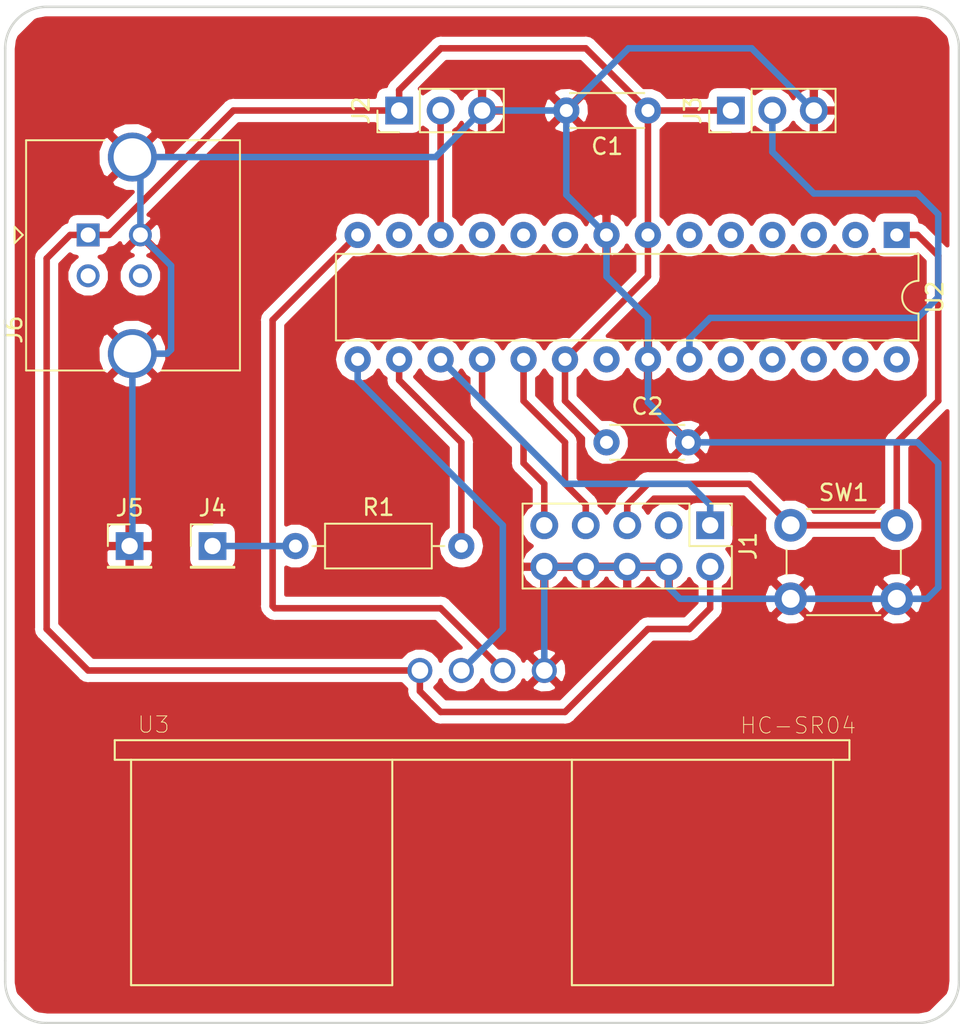
<source format=kicad_pcb>
(kicad_pcb (version 20171130) (host pcbnew "(5.0.2-5-10.14)")

  (general
    (thickness 1.6)
    (drawings 14)
    (tracks 108)
    (zones 0)
    (modules 12)
    (nets 31)
  )

  (page A4)
  (layers
    (0 F.Cu signal)
    (31 B.Cu signal)
    (32 B.Adhes user)
    (33 F.Adhes user)
    (34 B.Paste user)
    (35 F.Paste user)
    (36 B.SilkS user)
    (37 F.SilkS user)
    (38 B.Mask user)
    (39 F.Mask user)
    (40 Dwgs.User user)
    (41 Cmts.User user)
    (42 Eco1.User user)
    (43 Eco2.User user)
    (44 Edge.Cuts user)
    (45 Margin user)
    (46 B.CrtYd user)
    (47 F.CrtYd user)
    (48 B.Fab user)
    (49 F.Fab user)
  )

  (setup
    (last_trace_width 0.4)
    (user_trace_width 0.4)
    (user_trace_width 0.5)
    (user_trace_width 0.6)
    (trace_clearance 0.4)
    (zone_clearance 0.508)
    (zone_45_only no)
    (trace_min 0.4)
    (segment_width 0.2)
    (edge_width 0.15)
    (via_size 0.8)
    (via_drill 0.4)
    (via_min_size 0.4)
    (via_min_drill 0.3)
    (uvia_size 0.3)
    (uvia_drill 0.1)
    (uvias_allowed no)
    (uvia_min_size 0.2)
    (uvia_min_drill 0.1)
    (pcb_text_width 0.3)
    (pcb_text_size 1.5 1.5)
    (mod_edge_width 0.15)
    (mod_text_size 1 1)
    (mod_text_width 0.15)
    (pad_size 1.524 1.524)
    (pad_drill 0.762)
    (pad_to_mask_clearance 0.051)
    (solder_mask_min_width 0.25)
    (aux_axis_origin 0 0)
    (visible_elements FFFFFF7F)
    (pcbplotparams
      (layerselection 0x010fc_ffffffff)
      (usegerberextensions false)
      (usegerberattributes false)
      (usegerberadvancedattributes false)
      (creategerberjobfile false)
      (excludeedgelayer true)
      (linewidth 0.100000)
      (plotframeref false)
      (viasonmask false)
      (mode 1)
      (useauxorigin false)
      (hpglpennumber 1)
      (hpglpenspeed 20)
      (hpglpendiameter 15.000000)
      (psnegative false)
      (psa4output false)
      (plotreference true)
      (plotvalue true)
      (plotinvisibletext false)
      (padsonsilk false)
      (subtractmaskfromsilk false)
      (outputformat 1)
      (mirror false)
      (drillshape 1)
      (scaleselection 1)
      (outputdirectory ""))
  )

  (net 0 "")
  (net 1 /MOSI)
  (net 2 +5V)
  (net 3 "Net-(J1-Pad3)")
  (net 4 GND)
  (net 5 /~RST)
  (net 6 /SCK)
  (net 7 /MISO)
  (net 8 /SERVO)
  (net 9 /OUT)
  (net 10 /FULL)
  (net 11 /ECHO)
  (net 12 "Net-(U2-Pad28)")
  (net 13 "Net-(U2-Pad27)")
  (net 14 "Net-(U2-Pad13)")
  (net 15 "Net-(U2-Pad26)")
  (net 16 "Net-(U2-Pad25)")
  (net 17 "Net-(U2-Pad11)")
  (net 18 "Net-(U2-Pad24)")
  (net 19 "Net-(U2-Pad10)")
  (net 20 "Net-(U2-Pad9)")
  (net 21 "Net-(U2-Pad21)")
  (net 22 "Net-(U2-Pad6)")
  (net 23 "Net-(U2-Pad5)")
  (net 24 "Net-(U2-Pad3)")
  (net 25 "Net-(U2-Pad2)")
  (net 26 /LED)
  (net 27 /TRIGGER)
  (net 28 "Net-(U2-Pad4)")
  (net 29 "Net-(J6-Pad2)")
  (net 30 "Net-(J6-Pad3)")

  (net_class Default "This is the default net class."
    (clearance 0.4)
    (trace_width 0.4)
    (via_dia 0.8)
    (via_drill 0.4)
    (uvia_dia 0.3)
    (uvia_drill 0.1)
    (diff_pair_gap 0.4)
    (diff_pair_width 0.4)
    (add_net +5V)
    (add_net /ECHO)
    (add_net /FULL)
    (add_net /LED)
    (add_net /MISO)
    (add_net /MOSI)
    (add_net /OUT)
    (add_net /SCK)
    (add_net /SERVO)
    (add_net /TRIGGER)
    (add_net /~RST)
    (add_net GND)
    (add_net "Net-(J1-Pad3)")
    (add_net "Net-(J6-Pad2)")
    (add_net "Net-(J6-Pad3)")
    (add_net "Net-(U2-Pad10)")
    (add_net "Net-(U2-Pad11)")
    (add_net "Net-(U2-Pad13)")
    (add_net "Net-(U2-Pad2)")
    (add_net "Net-(U2-Pad21)")
    (add_net "Net-(U2-Pad24)")
    (add_net "Net-(U2-Pad25)")
    (add_net "Net-(U2-Pad26)")
    (add_net "Net-(U2-Pad27)")
    (add_net "Net-(U2-Pad28)")
    (add_net "Net-(U2-Pad3)")
    (add_net "Net-(U2-Pad4)")
    (add_net "Net-(U2-Pad5)")
    (add_net "Net-(U2-Pad6)")
    (add_net "Net-(U2-Pad9)")
  )

  (module Capacitor_THT:C_Disc_D4.3mm_W1.9mm_P5.00mm (layer F.Cu) (tedit 5AE50EF0) (tstamp 5CD4CBAF)
    (at 148.59 71.12 180)
    (descr "C, Disc series, Radial, pin pitch=5.00mm, , diameter*width=4.3*1.9mm^2, Capacitor, http://www.vishay.com/docs/45233/krseries.pdf")
    (tags "C Disc series Radial pin pitch 5.00mm  diameter 4.3mm width 1.9mm Capacitor")
    (path /5CC6EE13)
    (fp_text reference C1 (at 2.5 -2.2 180) (layer F.SilkS)
      (effects (font (size 1 1) (thickness 0.15)))
    )
    (fp_text value "0.1 uF" (at 2.5 2.2 180) (layer F.Fab)
      (effects (font (size 1 1) (thickness 0.15)))
    )
    (fp_line (start 0.35 -0.95) (end 0.35 0.95) (layer F.Fab) (width 0.1))
    (fp_line (start 0.35 0.95) (end 4.65 0.95) (layer F.Fab) (width 0.1))
    (fp_line (start 4.65 0.95) (end 4.65 -0.95) (layer F.Fab) (width 0.1))
    (fp_line (start 4.65 -0.95) (end 0.35 -0.95) (layer F.Fab) (width 0.1))
    (fp_line (start 0.23 -1.07) (end 4.77 -1.07) (layer F.SilkS) (width 0.12))
    (fp_line (start 0.23 1.07) (end 4.77 1.07) (layer F.SilkS) (width 0.12))
    (fp_line (start 0.23 -1.07) (end 0.23 -1.055) (layer F.SilkS) (width 0.12))
    (fp_line (start 0.23 1.055) (end 0.23 1.07) (layer F.SilkS) (width 0.12))
    (fp_line (start 4.77 -1.07) (end 4.77 -1.055) (layer F.SilkS) (width 0.12))
    (fp_line (start 4.77 1.055) (end 4.77 1.07) (layer F.SilkS) (width 0.12))
    (fp_line (start -1.05 -1.2) (end -1.05 1.2) (layer F.CrtYd) (width 0.05))
    (fp_line (start -1.05 1.2) (end 6.05 1.2) (layer F.CrtYd) (width 0.05))
    (fp_line (start 6.05 1.2) (end 6.05 -1.2) (layer F.CrtYd) (width 0.05))
    (fp_line (start 6.05 -1.2) (end -1.05 -1.2) (layer F.CrtYd) (width 0.05))
    (fp_text user %R (at 2.5 0 180) (layer F.Fab)
      (effects (font (size 0.86 0.86) (thickness 0.129)))
    )
    (pad 1 thru_hole circle (at 0 0 180) (size 1.6 1.6) (drill 0.8) (layers *.Cu *.Mask)
      (net 2 +5V))
    (pad 2 thru_hole circle (at 5 0 180) (size 1.6 1.6) (drill 0.8) (layers *.Cu *.Mask)
      (net 4 GND))
    (model ${KISYS3DMOD}/Capacitor_THT.3dshapes/C_Disc_D4.3mm_W1.9mm_P5.00mm.wrl
      (at (xyz 0 0 0))
      (scale (xyz 1 1 1))
      (rotate (xyz 0 0 0))
    )
  )

  (module Capacitor_THT:C_Disc_D4.3mm_W1.9mm_P5.00mm (layer F.Cu) (tedit 5AE50EF0) (tstamp 5CD4CBC4)
    (at 146.05 91.44)
    (descr "C, Disc series, Radial, pin pitch=5.00mm, , diameter*width=4.3*1.9mm^2, Capacitor, http://www.vishay.com/docs/45233/krseries.pdf")
    (tags "C Disc series Radial pin pitch 5.00mm  diameter 4.3mm width 1.9mm Capacitor")
    (path /5CC6EE7F)
    (fp_text reference C2 (at 2.5 -2.2) (layer F.SilkS)
      (effects (font (size 1 1) (thickness 0.15)))
    )
    (fp_text value "0.1 uF" (at 2.5 2.2) (layer F.Fab)
      (effects (font (size 1 1) (thickness 0.15)))
    )
    (fp_text user %R (at 2.5 0) (layer F.Fab)
      (effects (font (size 0.86 0.86) (thickness 0.129)))
    )
    (fp_line (start 6.05 -1.2) (end -1.05 -1.2) (layer F.CrtYd) (width 0.05))
    (fp_line (start 6.05 1.2) (end 6.05 -1.2) (layer F.CrtYd) (width 0.05))
    (fp_line (start -1.05 1.2) (end 6.05 1.2) (layer F.CrtYd) (width 0.05))
    (fp_line (start -1.05 -1.2) (end -1.05 1.2) (layer F.CrtYd) (width 0.05))
    (fp_line (start 4.77 1.055) (end 4.77 1.07) (layer F.SilkS) (width 0.12))
    (fp_line (start 4.77 -1.07) (end 4.77 -1.055) (layer F.SilkS) (width 0.12))
    (fp_line (start 0.23 1.055) (end 0.23 1.07) (layer F.SilkS) (width 0.12))
    (fp_line (start 0.23 -1.07) (end 0.23 -1.055) (layer F.SilkS) (width 0.12))
    (fp_line (start 0.23 1.07) (end 4.77 1.07) (layer F.SilkS) (width 0.12))
    (fp_line (start 0.23 -1.07) (end 4.77 -1.07) (layer F.SilkS) (width 0.12))
    (fp_line (start 4.65 -0.95) (end 0.35 -0.95) (layer F.Fab) (width 0.1))
    (fp_line (start 4.65 0.95) (end 4.65 -0.95) (layer F.Fab) (width 0.1))
    (fp_line (start 0.35 0.95) (end 4.65 0.95) (layer F.Fab) (width 0.1))
    (fp_line (start 0.35 -0.95) (end 0.35 0.95) (layer F.Fab) (width 0.1))
    (pad 2 thru_hole circle (at 5 0) (size 1.6 1.6) (drill 0.8) (layers *.Cu *.Mask)
      (net 4 GND))
    (pad 1 thru_hole circle (at 0 0) (size 1.6 1.6) (drill 0.8) (layers *.Cu *.Mask)
      (net 2 +5V))
    (model ${KISYS3DMOD}/Capacitor_THT.3dshapes/C_Disc_D4.3mm_W1.9mm_P5.00mm.wrl
      (at (xyz 0 0 0))
      (scale (xyz 1 1 1))
      (rotate (xyz 0 0 0))
    )
  )

  (module Connector_PinHeader_2.54mm:PinHeader_2x05_P2.54mm_Vertical (layer F.Cu) (tedit 59FED5CC) (tstamp 5CD4CBE4)
    (at 152.4 96.52 270)
    (descr "Through hole straight pin header, 2x05, 2.54mm pitch, double rows")
    (tags "Through hole pin header THT 2x05 2.54mm double row")
    (path /5CBF4977)
    (fp_text reference J1 (at 1.27 -2.33 270) (layer F.SilkS)
      (effects (font (size 1 1) (thickness 0.15)))
    )
    (fp_text value AVR-ISP-10 (at 1.27 12.49 270) (layer F.Fab)
      (effects (font (size 1 1) (thickness 0.15)))
    )
    (fp_line (start 0 -1.27) (end 3.81 -1.27) (layer F.Fab) (width 0.1))
    (fp_line (start 3.81 -1.27) (end 3.81 11.43) (layer F.Fab) (width 0.1))
    (fp_line (start 3.81 11.43) (end -1.27 11.43) (layer F.Fab) (width 0.1))
    (fp_line (start -1.27 11.43) (end -1.27 0) (layer F.Fab) (width 0.1))
    (fp_line (start -1.27 0) (end 0 -1.27) (layer F.Fab) (width 0.1))
    (fp_line (start -1.33 11.49) (end 3.87 11.49) (layer F.SilkS) (width 0.12))
    (fp_line (start -1.33 1.27) (end -1.33 11.49) (layer F.SilkS) (width 0.12))
    (fp_line (start 3.87 -1.33) (end 3.87 11.49) (layer F.SilkS) (width 0.12))
    (fp_line (start -1.33 1.27) (end 1.27 1.27) (layer F.SilkS) (width 0.12))
    (fp_line (start 1.27 1.27) (end 1.27 -1.33) (layer F.SilkS) (width 0.12))
    (fp_line (start 1.27 -1.33) (end 3.87 -1.33) (layer F.SilkS) (width 0.12))
    (fp_line (start -1.33 0) (end -1.33 -1.33) (layer F.SilkS) (width 0.12))
    (fp_line (start -1.33 -1.33) (end 0 -1.33) (layer F.SilkS) (width 0.12))
    (fp_line (start -1.8 -1.8) (end -1.8 11.95) (layer F.CrtYd) (width 0.05))
    (fp_line (start -1.8 11.95) (end 4.35 11.95) (layer F.CrtYd) (width 0.05))
    (fp_line (start 4.35 11.95) (end 4.35 -1.8) (layer F.CrtYd) (width 0.05))
    (fp_line (start 4.35 -1.8) (end -1.8 -1.8) (layer F.CrtYd) (width 0.05))
    (fp_text user %R (at 1.27 5.08) (layer F.Fab)
      (effects (font (size 1 1) (thickness 0.15)))
    )
    (pad 1 thru_hole rect (at 0 0 270) (size 1.7 1.7) (drill 1) (layers *.Cu *.Mask)
      (net 1 /MOSI))
    (pad 2 thru_hole oval (at 2.54 0 270) (size 1.7 1.7) (drill 1) (layers *.Cu *.Mask)
      (net 2 +5V))
    (pad 3 thru_hole oval (at 0 2.54 270) (size 1.7 1.7) (drill 1) (layers *.Cu *.Mask)
      (net 3 "Net-(J1-Pad3)"))
    (pad 4 thru_hole oval (at 2.54 2.54 270) (size 1.7 1.7) (drill 1) (layers *.Cu *.Mask)
      (net 4 GND))
    (pad 5 thru_hole oval (at 0 5.08 270) (size 1.7 1.7) (drill 1) (layers *.Cu *.Mask)
      (net 5 /~RST))
    (pad 6 thru_hole oval (at 2.54 5.08 270) (size 1.7 1.7) (drill 1) (layers *.Cu *.Mask)
      (net 4 GND))
    (pad 7 thru_hole oval (at 0 7.62 270) (size 1.7 1.7) (drill 1) (layers *.Cu *.Mask)
      (net 6 /SCK))
    (pad 8 thru_hole oval (at 2.54 7.62 270) (size 1.7 1.7) (drill 1) (layers *.Cu *.Mask)
      (net 4 GND))
    (pad 9 thru_hole oval (at 0 10.16 270) (size 1.7 1.7) (drill 1) (layers *.Cu *.Mask)
      (net 7 /MISO))
    (pad 10 thru_hole oval (at 2.54 10.16 270) (size 1.7 1.7) (drill 1) (layers *.Cu *.Mask)
      (net 4 GND))
    (model ${KISYS3DMOD}/Connector_PinHeader_2.54mm.3dshapes/PinHeader_2x05_P2.54mm_Vertical.wrl
      (at (xyz 0 0 0))
      (scale (xyz 1 1 1))
      (rotate (xyz 0 0 0))
    )
  )

  (module Connector_PinHeader_2.54mm:PinHeader_1x03_P2.54mm_Vertical (layer F.Cu) (tedit 59FED5CC) (tstamp 5CD4CBFB)
    (at 133.35 71.12 90)
    (descr "Through hole straight pin header, 1x03, 2.54mm pitch, single row")
    (tags "Through hole pin header THT 1x03 2.54mm single row")
    (path /5CBF5CA0)
    (fp_text reference J2 (at 0 -2.33 90) (layer F.SilkS)
      (effects (font (size 1 1) (thickness 0.15)))
    )
    (fp_text value Conn_01x03_Male (at 0 7.41 90) (layer F.Fab)
      (effects (font (size 1 1) (thickness 0.15)))
    )
    (fp_line (start -0.635 -1.27) (end 1.27 -1.27) (layer F.Fab) (width 0.1))
    (fp_line (start 1.27 -1.27) (end 1.27 6.35) (layer F.Fab) (width 0.1))
    (fp_line (start 1.27 6.35) (end -1.27 6.35) (layer F.Fab) (width 0.1))
    (fp_line (start -1.27 6.35) (end -1.27 -0.635) (layer F.Fab) (width 0.1))
    (fp_line (start -1.27 -0.635) (end -0.635 -1.27) (layer F.Fab) (width 0.1))
    (fp_line (start -1.33 6.41) (end 1.33 6.41) (layer F.SilkS) (width 0.12))
    (fp_line (start -1.33 1.27) (end -1.33 6.41) (layer F.SilkS) (width 0.12))
    (fp_line (start 1.33 1.27) (end 1.33 6.41) (layer F.SilkS) (width 0.12))
    (fp_line (start -1.33 1.27) (end 1.33 1.27) (layer F.SilkS) (width 0.12))
    (fp_line (start -1.33 0) (end -1.33 -1.33) (layer F.SilkS) (width 0.12))
    (fp_line (start -1.33 -1.33) (end 0 -1.33) (layer F.SilkS) (width 0.12))
    (fp_line (start -1.8 -1.8) (end -1.8 6.85) (layer F.CrtYd) (width 0.05))
    (fp_line (start -1.8 6.85) (end 1.8 6.85) (layer F.CrtYd) (width 0.05))
    (fp_line (start 1.8 6.85) (end 1.8 -1.8) (layer F.CrtYd) (width 0.05))
    (fp_line (start 1.8 -1.8) (end -1.8 -1.8) (layer F.CrtYd) (width 0.05))
    (fp_text user %R (at 0 2.54 180) (layer F.Fab)
      (effects (font (size 1 1) (thickness 0.15)))
    )
    (pad 1 thru_hole rect (at 0 0 90) (size 1.7 1.7) (drill 1) (layers *.Cu *.Mask)
      (net 2 +5V))
    (pad 2 thru_hole oval (at 0 2.54 90) (size 1.7 1.7) (drill 1) (layers *.Cu *.Mask)
      (net 8 /SERVO))
    (pad 3 thru_hole oval (at 0 5.08 90) (size 1.7 1.7) (drill 1) (layers *.Cu *.Mask)
      (net 4 GND))
    (model ${KISYS3DMOD}/Connector_PinHeader_2.54mm.3dshapes/PinHeader_1x03_P2.54mm_Vertical.wrl
      (at (xyz 0 0 0))
      (scale (xyz 1 1 1))
      (rotate (xyz 0 0 0))
    )
  )

  (module Connector_PinHeader_2.54mm:PinHeader_1x03_P2.54mm_Vertical (layer F.Cu) (tedit 59FED5CC) (tstamp 5CD4CC12)
    (at 153.67 71.12 90)
    (descr "Through hole straight pin header, 1x03, 2.54mm pitch, single row")
    (tags "Through hole pin header THT 1x03 2.54mm single row")
    (path /5CBF5DC3)
    (fp_text reference J3 (at 0 -2.33 90) (layer F.SilkS)
      (effects (font (size 1 1) (thickness 0.15)))
    )
    (fp_text value Conn_01x03_Male (at 0 7.41 90) (layer F.Fab)
      (effects (font (size 1 1) (thickness 0.15)))
    )
    (fp_text user %R (at 0 2.54 180) (layer F.Fab)
      (effects (font (size 1 1) (thickness 0.15)))
    )
    (fp_line (start 1.8 -1.8) (end -1.8 -1.8) (layer F.CrtYd) (width 0.05))
    (fp_line (start 1.8 6.85) (end 1.8 -1.8) (layer F.CrtYd) (width 0.05))
    (fp_line (start -1.8 6.85) (end 1.8 6.85) (layer F.CrtYd) (width 0.05))
    (fp_line (start -1.8 -1.8) (end -1.8 6.85) (layer F.CrtYd) (width 0.05))
    (fp_line (start -1.33 -1.33) (end 0 -1.33) (layer F.SilkS) (width 0.12))
    (fp_line (start -1.33 0) (end -1.33 -1.33) (layer F.SilkS) (width 0.12))
    (fp_line (start -1.33 1.27) (end 1.33 1.27) (layer F.SilkS) (width 0.12))
    (fp_line (start 1.33 1.27) (end 1.33 6.41) (layer F.SilkS) (width 0.12))
    (fp_line (start -1.33 1.27) (end -1.33 6.41) (layer F.SilkS) (width 0.12))
    (fp_line (start -1.33 6.41) (end 1.33 6.41) (layer F.SilkS) (width 0.12))
    (fp_line (start -1.27 -0.635) (end -0.635 -1.27) (layer F.Fab) (width 0.1))
    (fp_line (start -1.27 6.35) (end -1.27 -0.635) (layer F.Fab) (width 0.1))
    (fp_line (start 1.27 6.35) (end -1.27 6.35) (layer F.Fab) (width 0.1))
    (fp_line (start 1.27 -1.27) (end 1.27 6.35) (layer F.Fab) (width 0.1))
    (fp_line (start -0.635 -1.27) (end 1.27 -1.27) (layer F.Fab) (width 0.1))
    (pad 3 thru_hole oval (at 0 5.08 90) (size 1.7 1.7) (drill 1) (layers *.Cu *.Mask)
      (net 4 GND))
    (pad 2 thru_hole oval (at 0 2.54 90) (size 1.7 1.7) (drill 1) (layers *.Cu *.Mask)
      (net 9 /OUT))
    (pad 1 thru_hole rect (at 0 0 90) (size 1.7 1.7) (drill 1) (layers *.Cu *.Mask)
      (net 2 +5V))
    (model ${KISYS3DMOD}/Connector_PinHeader_2.54mm.3dshapes/PinHeader_1x03_P2.54mm_Vertical.wrl
      (at (xyz 0 0 0))
      (scale (xyz 1 1 1))
      (rotate (xyz 0 0 0))
    )
  )

  (module Connector_PinHeader_2.54mm:PinHeader_1x01_P2.54mm_Vertical (layer F.Cu) (tedit 59FED5CC) (tstamp 5CD4CC27)
    (at 121.92 97.79)
    (descr "Through hole straight pin header, 1x01, 2.54mm pitch, single row")
    (tags "Through hole pin header THT 1x01 2.54mm single row")
    (path /5CC93270)
    (fp_text reference J4 (at 0 -2.33) (layer F.SilkS)
      (effects (font (size 1 1) (thickness 0.15)))
    )
    (fp_text value Conn_01x01_Male (at 0 2.33) (layer F.Fab)
      (effects (font (size 1 1) (thickness 0.15)))
    )
    (fp_line (start -0.635 -1.27) (end 1.27 -1.27) (layer F.Fab) (width 0.1))
    (fp_line (start 1.27 -1.27) (end 1.27 1.27) (layer F.Fab) (width 0.1))
    (fp_line (start 1.27 1.27) (end -1.27 1.27) (layer F.Fab) (width 0.1))
    (fp_line (start -1.27 1.27) (end -1.27 -0.635) (layer F.Fab) (width 0.1))
    (fp_line (start -1.27 -0.635) (end -0.635 -1.27) (layer F.Fab) (width 0.1))
    (fp_line (start -1.33 1.33) (end 1.33 1.33) (layer F.SilkS) (width 0.12))
    (fp_line (start -1.33 1.27) (end -1.33 1.33) (layer F.SilkS) (width 0.12))
    (fp_line (start 1.33 1.27) (end 1.33 1.33) (layer F.SilkS) (width 0.12))
    (fp_line (start -1.33 1.27) (end 1.33 1.27) (layer F.SilkS) (width 0.12))
    (fp_line (start -1.33 0) (end -1.33 -1.33) (layer F.SilkS) (width 0.12))
    (fp_line (start -1.33 -1.33) (end 0 -1.33) (layer F.SilkS) (width 0.12))
    (fp_line (start -1.8 -1.8) (end -1.8 1.8) (layer F.CrtYd) (width 0.05))
    (fp_line (start -1.8 1.8) (end 1.8 1.8) (layer F.CrtYd) (width 0.05))
    (fp_line (start 1.8 1.8) (end 1.8 -1.8) (layer F.CrtYd) (width 0.05))
    (fp_line (start 1.8 -1.8) (end -1.8 -1.8) (layer F.CrtYd) (width 0.05))
    (fp_text user %R (at 0 0 90) (layer F.Fab)
      (effects (font (size 1 1) (thickness 0.15)))
    )
    (pad 1 thru_hole rect (at 0 0) (size 1.7 1.7) (drill 1) (layers *.Cu *.Mask)
      (net 26 /LED))
    (model ${KISYS3DMOD}/Connector_PinHeader_2.54mm.3dshapes/PinHeader_1x01_P2.54mm_Vertical.wrl
      (at (xyz 0 0 0))
      (scale (xyz 1 1 1))
      (rotate (xyz 0 0 0))
    )
  )

  (module Connector_PinHeader_2.54mm:PinHeader_1x01_P2.54mm_Vertical (layer F.Cu) (tedit 59FED5CC) (tstamp 5CD4CC3C)
    (at 116.84 97.79)
    (descr "Through hole straight pin header, 1x01, 2.54mm pitch, single row")
    (tags "Through hole pin header THT 1x01 2.54mm single row")
    (path /5CC95ADA)
    (fp_text reference J5 (at 0 -2.33) (layer F.SilkS)
      (effects (font (size 1 1) (thickness 0.15)))
    )
    (fp_text value Conn_01x01_Male (at 0 2.33) (layer F.Fab)
      (effects (font (size 1 1) (thickness 0.15)))
    )
    (fp_text user %R (at 0 0 90) (layer F.Fab)
      (effects (font (size 1 1) (thickness 0.15)))
    )
    (fp_line (start 1.8 -1.8) (end -1.8 -1.8) (layer F.CrtYd) (width 0.05))
    (fp_line (start 1.8 1.8) (end 1.8 -1.8) (layer F.CrtYd) (width 0.05))
    (fp_line (start -1.8 1.8) (end 1.8 1.8) (layer F.CrtYd) (width 0.05))
    (fp_line (start -1.8 -1.8) (end -1.8 1.8) (layer F.CrtYd) (width 0.05))
    (fp_line (start -1.33 -1.33) (end 0 -1.33) (layer F.SilkS) (width 0.12))
    (fp_line (start -1.33 0) (end -1.33 -1.33) (layer F.SilkS) (width 0.12))
    (fp_line (start -1.33 1.27) (end 1.33 1.27) (layer F.SilkS) (width 0.12))
    (fp_line (start 1.33 1.27) (end 1.33 1.33) (layer F.SilkS) (width 0.12))
    (fp_line (start -1.33 1.27) (end -1.33 1.33) (layer F.SilkS) (width 0.12))
    (fp_line (start -1.33 1.33) (end 1.33 1.33) (layer F.SilkS) (width 0.12))
    (fp_line (start -1.27 -0.635) (end -0.635 -1.27) (layer F.Fab) (width 0.1))
    (fp_line (start -1.27 1.27) (end -1.27 -0.635) (layer F.Fab) (width 0.1))
    (fp_line (start 1.27 1.27) (end -1.27 1.27) (layer F.Fab) (width 0.1))
    (fp_line (start 1.27 -1.27) (end 1.27 1.27) (layer F.Fab) (width 0.1))
    (fp_line (start -0.635 -1.27) (end 1.27 -1.27) (layer F.Fab) (width 0.1))
    (pad 1 thru_hole rect (at 0 0) (size 1.7 1.7) (drill 1) (layers *.Cu *.Mask)
      (net 4 GND))
    (model ${KISYS3DMOD}/Connector_PinHeader_2.54mm.3dshapes/PinHeader_1x01_P2.54mm_Vertical.wrl
      (at (xyz 0 0 0))
      (scale (xyz 1 1 1))
      (rotate (xyz 0 0 0))
    )
  )

  (module Resistor_THT:R_Axial_DIN0207_L6.3mm_D2.5mm_P10.16mm_Horizontal (layer F.Cu) (tedit 5AE5139B) (tstamp 5CD4CC53)
    (at 127 97.79)
    (descr "Resistor, Axial_DIN0207 series, Axial, Horizontal, pin pitch=10.16mm, 0.25W = 1/4W, length*diameter=6.3*2.5mm^2, http://cdn-reichelt.de/documents/datenblatt/B400/1_4W%23YAG.pdf")
    (tags "Resistor Axial_DIN0207 series Axial Horizontal pin pitch 10.16mm 0.25W = 1/4W length 6.3mm diameter 2.5mm")
    (path /5CBF7347)
    (fp_text reference R1 (at 5.08 -2.37) (layer F.SilkS)
      (effects (font (size 1 1) (thickness 0.15)))
    )
    (fp_text value 330 (at 5.08 2.37) (layer F.Fab)
      (effects (font (size 1 1) (thickness 0.15)))
    )
    (fp_line (start 1.93 -1.25) (end 1.93 1.25) (layer F.Fab) (width 0.1))
    (fp_line (start 1.93 1.25) (end 8.23 1.25) (layer F.Fab) (width 0.1))
    (fp_line (start 8.23 1.25) (end 8.23 -1.25) (layer F.Fab) (width 0.1))
    (fp_line (start 8.23 -1.25) (end 1.93 -1.25) (layer F.Fab) (width 0.1))
    (fp_line (start 0 0) (end 1.93 0) (layer F.Fab) (width 0.1))
    (fp_line (start 10.16 0) (end 8.23 0) (layer F.Fab) (width 0.1))
    (fp_line (start 1.81 -1.37) (end 1.81 1.37) (layer F.SilkS) (width 0.12))
    (fp_line (start 1.81 1.37) (end 8.35 1.37) (layer F.SilkS) (width 0.12))
    (fp_line (start 8.35 1.37) (end 8.35 -1.37) (layer F.SilkS) (width 0.12))
    (fp_line (start 8.35 -1.37) (end 1.81 -1.37) (layer F.SilkS) (width 0.12))
    (fp_line (start 1.04 0) (end 1.81 0) (layer F.SilkS) (width 0.12))
    (fp_line (start 9.12 0) (end 8.35 0) (layer F.SilkS) (width 0.12))
    (fp_line (start -1.05 -1.5) (end -1.05 1.5) (layer F.CrtYd) (width 0.05))
    (fp_line (start -1.05 1.5) (end 11.21 1.5) (layer F.CrtYd) (width 0.05))
    (fp_line (start 11.21 1.5) (end 11.21 -1.5) (layer F.CrtYd) (width 0.05))
    (fp_line (start 11.21 -1.5) (end -1.05 -1.5) (layer F.CrtYd) (width 0.05))
    (fp_text user %R (at 5.08 0) (layer F.Fab)
      (effects (font (size 1 1) (thickness 0.15)))
    )
    (pad 1 thru_hole circle (at 0 0) (size 1.6 1.6) (drill 0.8) (layers *.Cu *.Mask)
      (net 26 /LED))
    (pad 2 thru_hole oval (at 10.16 0) (size 1.6 1.6) (drill 0.8) (layers *.Cu *.Mask)
      (net 10 /FULL))
    (model ${KISYS3DMOD}/Resistor_THT.3dshapes/R_Axial_DIN0207_L6.3mm_D2.5mm_P10.16mm_Horizontal.wrl
      (at (xyz 0 0 0))
      (scale (xyz 1 1 1))
      (rotate (xyz 0 0 0))
    )
  )

  (module Button_Switch_THT:SW_PUSH_6mm (layer F.Cu) (tedit 5A02FE31) (tstamp 5CD4CC72)
    (at 157.33 96.52)
    (descr https://www.omron.com/ecb/products/pdf/en-b3f.pdf)
    (tags "tact sw push 6mm")
    (path /5CBF56B3)
    (fp_text reference SW1 (at 3.25 -2) (layer F.SilkS)
      (effects (font (size 1 1) (thickness 0.15)))
    )
    (fp_text value SW_Push (at 3.75 6.7) (layer F.Fab)
      (effects (font (size 1 1) (thickness 0.15)))
    )
    (fp_text user %R (at 3.25 2.25) (layer F.Fab)
      (effects (font (size 1 1) (thickness 0.15)))
    )
    (fp_line (start 3.25 -0.75) (end 6.25 -0.75) (layer F.Fab) (width 0.1))
    (fp_line (start 6.25 -0.75) (end 6.25 5.25) (layer F.Fab) (width 0.1))
    (fp_line (start 6.25 5.25) (end 0.25 5.25) (layer F.Fab) (width 0.1))
    (fp_line (start 0.25 5.25) (end 0.25 -0.75) (layer F.Fab) (width 0.1))
    (fp_line (start 0.25 -0.75) (end 3.25 -0.75) (layer F.Fab) (width 0.1))
    (fp_line (start 7.75 6) (end 8 6) (layer F.CrtYd) (width 0.05))
    (fp_line (start 8 6) (end 8 5.75) (layer F.CrtYd) (width 0.05))
    (fp_line (start 7.75 -1.5) (end 8 -1.5) (layer F.CrtYd) (width 0.05))
    (fp_line (start 8 -1.5) (end 8 -1.25) (layer F.CrtYd) (width 0.05))
    (fp_line (start -1.5 -1.25) (end -1.5 -1.5) (layer F.CrtYd) (width 0.05))
    (fp_line (start -1.5 -1.5) (end -1.25 -1.5) (layer F.CrtYd) (width 0.05))
    (fp_line (start -1.5 5.75) (end -1.5 6) (layer F.CrtYd) (width 0.05))
    (fp_line (start -1.5 6) (end -1.25 6) (layer F.CrtYd) (width 0.05))
    (fp_line (start -1.25 -1.5) (end 7.75 -1.5) (layer F.CrtYd) (width 0.05))
    (fp_line (start -1.5 5.75) (end -1.5 -1.25) (layer F.CrtYd) (width 0.05))
    (fp_line (start 7.75 6) (end -1.25 6) (layer F.CrtYd) (width 0.05))
    (fp_line (start 8 -1.25) (end 8 5.75) (layer F.CrtYd) (width 0.05))
    (fp_line (start 1 5.5) (end 5.5 5.5) (layer F.SilkS) (width 0.12))
    (fp_line (start -0.25 1.5) (end -0.25 3) (layer F.SilkS) (width 0.12))
    (fp_line (start 5.5 -1) (end 1 -1) (layer F.SilkS) (width 0.12))
    (fp_line (start 6.75 3) (end 6.75 1.5) (layer F.SilkS) (width 0.12))
    (fp_circle (center 3.25 2.25) (end 1.25 2.5) (layer F.Fab) (width 0.1))
    (pad 2 thru_hole circle (at 0 4.5 90) (size 2 2) (drill 1.1) (layers *.Cu *.Mask)
      (net 4 GND))
    (pad 1 thru_hole circle (at 0 0 90) (size 2 2) (drill 1.1) (layers *.Cu *.Mask)
      (net 5 /~RST))
    (pad 2 thru_hole circle (at 6.5 4.5 90) (size 2 2) (drill 1.1) (layers *.Cu *.Mask)
      (net 4 GND))
    (pad 1 thru_hole circle (at 6.5 0 90) (size 2 2) (drill 1.1) (layers *.Cu *.Mask)
      (net 5 /~RST))
    (model ${KISYS3DMOD}/Button_Switch_THT.3dshapes/SW_PUSH_6mm.wrl
      (at (xyz 0 0 0))
      (scale (xyz 1 1 1))
      (rotate (xyz 0 0 0))
    )
  )

  (module Package_DIP:DIP-28_W7.62mm (layer F.Cu) (tedit 5A02E8C5) (tstamp 5CD4CCA2)
    (at 163.83 78.74 270)
    (descr "28-lead though-hole mounted DIP package, row spacing 7.62 mm (300 mils)")
    (tags "THT DIP DIL PDIP 2.54mm 7.62mm 300mil")
    (path /5CBF2282)
    (fp_text reference U2 (at 3.81 -2.33 270) (layer F.SilkS)
      (effects (font (size 1 1) (thickness 0.15)))
    )
    (fp_text value ATmega328P-PU (at 3.81 35.35 270) (layer F.Fab)
      (effects (font (size 1 1) (thickness 0.15)))
    )
    (fp_arc (start 3.81 -1.33) (end 2.81 -1.33) (angle -180) (layer F.SilkS) (width 0.12))
    (fp_line (start 1.635 -1.27) (end 6.985 -1.27) (layer F.Fab) (width 0.1))
    (fp_line (start 6.985 -1.27) (end 6.985 34.29) (layer F.Fab) (width 0.1))
    (fp_line (start 6.985 34.29) (end 0.635 34.29) (layer F.Fab) (width 0.1))
    (fp_line (start 0.635 34.29) (end 0.635 -0.27) (layer F.Fab) (width 0.1))
    (fp_line (start 0.635 -0.27) (end 1.635 -1.27) (layer F.Fab) (width 0.1))
    (fp_line (start 2.81 -1.33) (end 1.16 -1.33) (layer F.SilkS) (width 0.12))
    (fp_line (start 1.16 -1.33) (end 1.16 34.35) (layer F.SilkS) (width 0.12))
    (fp_line (start 1.16 34.35) (end 6.46 34.35) (layer F.SilkS) (width 0.12))
    (fp_line (start 6.46 34.35) (end 6.46 -1.33) (layer F.SilkS) (width 0.12))
    (fp_line (start 6.46 -1.33) (end 4.81 -1.33) (layer F.SilkS) (width 0.12))
    (fp_line (start -1.1 -1.55) (end -1.1 34.55) (layer F.CrtYd) (width 0.05))
    (fp_line (start -1.1 34.55) (end 8.7 34.55) (layer F.CrtYd) (width 0.05))
    (fp_line (start 8.7 34.55) (end 8.7 -1.55) (layer F.CrtYd) (width 0.05))
    (fp_line (start 8.7 -1.55) (end -1.1 -1.55) (layer F.CrtYd) (width 0.05))
    (fp_text user %R (at 3.81 16.51 270) (layer F.Fab)
      (effects (font (size 1 1) (thickness 0.15)))
    )
    (pad 1 thru_hole rect (at 0 0 270) (size 1.6 1.6) (drill 0.8) (layers *.Cu *.Mask)
      (net 5 /~RST))
    (pad 15 thru_hole oval (at 7.62 33.02 270) (size 1.6 1.6) (drill 0.8) (layers *.Cu *.Mask)
      (net 27 /TRIGGER))
    (pad 2 thru_hole oval (at 0 2.54 270) (size 1.6 1.6) (drill 0.8) (layers *.Cu *.Mask)
      (net 25 "Net-(U2-Pad2)"))
    (pad 16 thru_hole oval (at 7.62 30.48 270) (size 1.6 1.6) (drill 0.8) (layers *.Cu *.Mask)
      (net 10 /FULL))
    (pad 3 thru_hole oval (at 0 5.08 270) (size 1.6 1.6) (drill 0.8) (layers *.Cu *.Mask)
      (net 24 "Net-(U2-Pad3)"))
    (pad 17 thru_hole oval (at 7.62 27.94 270) (size 1.6 1.6) (drill 0.8) (layers *.Cu *.Mask)
      (net 1 /MOSI))
    (pad 4 thru_hole oval (at 0 7.62 270) (size 1.6 1.6) (drill 0.8) (layers *.Cu *.Mask)
      (net 28 "Net-(U2-Pad4)"))
    (pad 18 thru_hole oval (at 7.62 25.4 270) (size 1.6 1.6) (drill 0.8) (layers *.Cu *.Mask)
      (net 7 /MISO))
    (pad 5 thru_hole oval (at 0 10.16 270) (size 1.6 1.6) (drill 0.8) (layers *.Cu *.Mask)
      (net 23 "Net-(U2-Pad5)"))
    (pad 19 thru_hole oval (at 7.62 22.86 270) (size 1.6 1.6) (drill 0.8) (layers *.Cu *.Mask)
      (net 6 /SCK))
    (pad 6 thru_hole oval (at 0 12.7 270) (size 1.6 1.6) (drill 0.8) (layers *.Cu *.Mask)
      (net 22 "Net-(U2-Pad6)"))
    (pad 20 thru_hole oval (at 7.62 20.32 270) (size 1.6 1.6) (drill 0.8) (layers *.Cu *.Mask)
      (net 2 +5V))
    (pad 7 thru_hole oval (at 0 15.24 270) (size 1.6 1.6) (drill 0.8) (layers *.Cu *.Mask)
      (net 2 +5V))
    (pad 21 thru_hole oval (at 7.62 17.78 270) (size 1.6 1.6) (drill 0.8) (layers *.Cu *.Mask)
      (net 21 "Net-(U2-Pad21)"))
    (pad 8 thru_hole oval (at 0 17.78 270) (size 1.6 1.6) (drill 0.8) (layers *.Cu *.Mask)
      (net 4 GND))
    (pad 22 thru_hole oval (at 7.62 15.24 270) (size 1.6 1.6) (drill 0.8) (layers *.Cu *.Mask)
      (net 4 GND))
    (pad 9 thru_hole oval (at 0 20.32 270) (size 1.6 1.6) (drill 0.8) (layers *.Cu *.Mask)
      (net 20 "Net-(U2-Pad9)"))
    (pad 23 thru_hole oval (at 7.62 12.7 270) (size 1.6 1.6) (drill 0.8) (layers *.Cu *.Mask)
      (net 9 /OUT))
    (pad 10 thru_hole oval (at 0 22.86 270) (size 1.6 1.6) (drill 0.8) (layers *.Cu *.Mask)
      (net 19 "Net-(U2-Pad10)"))
    (pad 24 thru_hole oval (at 7.62 10.16 270) (size 1.6 1.6) (drill 0.8) (layers *.Cu *.Mask)
      (net 18 "Net-(U2-Pad24)"))
    (pad 11 thru_hole oval (at 0 25.4 270) (size 1.6 1.6) (drill 0.8) (layers *.Cu *.Mask)
      (net 17 "Net-(U2-Pad11)"))
    (pad 25 thru_hole oval (at 7.62 7.62 270) (size 1.6 1.6) (drill 0.8) (layers *.Cu *.Mask)
      (net 16 "Net-(U2-Pad25)"))
    (pad 12 thru_hole oval (at 0 27.94 270) (size 1.6 1.6) (drill 0.8) (layers *.Cu *.Mask)
      (net 8 /SERVO))
    (pad 26 thru_hole oval (at 7.62 5.08 270) (size 1.6 1.6) (drill 0.8) (layers *.Cu *.Mask)
      (net 15 "Net-(U2-Pad26)"))
    (pad 13 thru_hole oval (at 0 30.48 270) (size 1.6 1.6) (drill 0.8) (layers *.Cu *.Mask)
      (net 14 "Net-(U2-Pad13)"))
    (pad 27 thru_hole oval (at 7.62 2.54 270) (size 1.6 1.6) (drill 0.8) (layers *.Cu *.Mask)
      (net 13 "Net-(U2-Pad27)"))
    (pad 14 thru_hole oval (at 0 33.02 270) (size 1.6 1.6) (drill 0.8) (layers *.Cu *.Mask)
      (net 11 /ECHO))
    (pad 28 thru_hole oval (at 7.62 0 270) (size 1.6 1.6) (drill 0.8) (layers *.Cu *.Mask)
      (net 12 "Net-(U2-Pad28)"))
    (model ${KISYS3DMOD}/Package_DIP.3dshapes/DIP-28_W7.62mm.wrl
      (at (xyz 0 0 0))
      (scale (xyz 1 1 1))
      (rotate (xyz 0 0 0))
    )
  )

  (module HC-SR04:XCVR_HC-SR04 (layer F.Cu) (tedit 0) (tstamp 5CD4CCC0)
    (at 138.43 105.41)
    (path /5CBF2376)
    (fp_text reference U3 (at -20.1204 3.31671) (layer F.SilkS)
      (effects (font (size 1.00052 1.00052) (thickness 0.05)))
    )
    (fp_text value HC-SR04 (at 19.3577 3.3707) (layer F.SilkS)
      (effects (font (size 1.00169 1.00169) (thickness 0.05)))
    )
    (fp_line (start -21.5 19.27) (end -5.5 19.27) (layer F.SilkS) (width 0.127))
    (fp_line (start 5.5 19.27) (end 21.5 19.27) (layer F.SilkS) (width 0.127))
    (fp_line (start 22.5 5.47) (end 21.5 5.47) (layer F.SilkS) (width 0.127))
    (fp_line (start 21.5 5.47) (end 5.5 5.47) (layer F.SilkS) (width 0.127))
    (fp_line (start 5.5 5.47) (end -5.5 5.47) (layer F.SilkS) (width 0.127))
    (fp_line (start -5.5 5.47) (end -21.5 5.47) (layer F.SilkS) (width 0.127))
    (fp_line (start -21.5 5.47) (end -22.5 5.47) (layer F.SilkS) (width 0.127))
    (fp_line (start -22.5 5.47) (end -22.5 4.27) (layer F.SilkS) (width 0.127))
    (fp_line (start -22.5 4.27) (end 22.5 4.27) (layer F.SilkS) (width 0.127))
    (fp_line (start 22.5 4.27) (end 22.5 5.47) (layer F.SilkS) (width 0.127))
    (fp_line (start -21.5 5.47) (end -21.5 19.27) (layer F.SilkS) (width 0.127))
    (fp_line (start 21.5 5.47) (end 21.5 19.27) (layer F.SilkS) (width 0.127))
    (fp_line (start -5.5 5.47) (end -5.5 19.27) (layer F.SilkS) (width 0.127))
    (fp_line (start 5.5 5.47) (end 5.5 19.27) (layer F.SilkS) (width 0.127))
    (fp_line (start -22.75 4) (end -22.75 19.5) (layer Eco1.User) (width 0.05))
    (fp_line (start -22.75 19.5) (end 22.75 19.5) (layer Eco1.User) (width 0.05))
    (fp_line (start 22.75 19.5) (end 22.75 4) (layer Eco1.User) (width 0.05))
    (fp_line (start 22.75 4) (end 5 4) (layer Eco1.User) (width 0.05))
    (fp_line (start 5 4) (end 5 -1.25) (layer Eco1.User) (width 0.05))
    (fp_line (start 5 -1.25) (end -5 -1.25) (layer Eco1.User) (width 0.05))
    (fp_line (start -5 -1.25) (end -5 4) (layer Eco1.User) (width 0.05))
    (fp_line (start -5 4) (end -22.75 4) (layer Eco1.User) (width 0.05))
    (pad 2 thru_hole circle (at -1.27 0) (size 1.53 1.53) (drill 1.02) (layers *.Cu *.Mask)
      (net 27 /TRIGGER))
    (pad 3 thru_hole circle (at 1.27 0) (size 1.53 1.53) (drill 1.02) (layers *.Cu *.Mask)
      (net 11 /ECHO))
    (pad 4 thru_hole circle (at 3.81 0) (size 1.53 1.53) (drill 1.02) (layers *.Cu *.Mask)
      (net 4 GND))
    (pad 1 thru_hole circle (at -3.81 0) (size 1.53 1.53) (drill 1.02) (layers *.Cu *.Mask)
      (net 2 +5V))
  )

  (module Connector_USB:USB_B_Amphenol_MUSB-D511_Vertical_Rugged (layer F.Cu) (tedit 5A1DC0BC) (tstamp 5CD78662)
    (at 114.3 78.74 90)
    (descr "A,phenol MUSB_D511, USB B female connector, straight, rugged, https://www.amphenolcanada.com/ProductSearch/drawings/AC/MUSBD511XX.pdf")
    (tags "USB_B_MUSB_Straight female connector straight rugged MUSB D511")
    (path /5CC9A346)
    (fp_text reference J6 (at -5.8 -4.55 90) (layer F.SilkS)
      (effects (font (size 1 1) (thickness 0.15)))
    )
    (fp_text value USB_B (at -1.25 10.25 90) (layer F.Fab)
      (effects (font (size 1 1) (thickness 0.15)))
    )
    (fp_text user %R (at -1.2 6.4 90) (layer F.Fab)
      (effects (font (size 1 1) (thickness 0.15)))
    )
    (fp_line (start -8.3 1) (end -8.3 -3.8) (layer F.SilkS) (width 0.12))
    (fp_line (start -8.3 9.3) (end -8.3 4.5) (layer F.SilkS) (width 0.12))
    (fp_line (start 5.8 9.3) (end -8.3 9.3) (layer F.SilkS) (width 0.12))
    (fp_line (start 5.8 4.5) (end 5.8 9.3) (layer F.SilkS) (width 0.12))
    (fp_line (start 5.8 -3.8) (end 5.8 1) (layer F.SilkS) (width 0.12))
    (fp_line (start -8.3 -3.8) (end 5.8 -3.8) (layer F.SilkS) (width 0.12))
    (fp_line (start -0.5 -4.5) (end 0 -4) (layer F.SilkS) (width 0.12))
    (fp_line (start 0.5 -4.5) (end -0.5 -4.5) (layer F.SilkS) (width 0.12))
    (fp_line (start 0 -4) (end 0.5 -4.5) (layer F.SilkS) (width 0.12))
    (fp_line (start 5 -3.75) (end 5.75 -3) (layer F.Fab) (width 0.1))
    (fp_line (start -8.25 -3.75) (end 5 -3.75) (layer F.Fab) (width 0.1))
    (fp_line (start 5.75 -3) (end 5.75 9.25) (layer F.Fab) (width 0.1))
    (fp_line (start 5.75 9.25) (end -8.25 9.25) (layer F.Fab) (width 0.1))
    (fp_line (start -8.25 9.25) (end -8.25 -3.75) (layer F.Fab) (width 0.1))
    (fp_line (start -15 -4) (end 12.5 -4) (layer F.CrtYd) (width 0.05))
    (fp_line (start -15 -4) (end -15 9.5) (layer F.CrtYd) (width 0.05))
    (fp_line (start 12.5 9.5) (end 12.5 -4) (layer F.CrtYd) (width 0.05))
    (fp_line (start 12.5 9.5) (end -15 9.5) (layer F.CrtYd) (width 0.05))
    (fp_circle (center -12.25 2) (end -12.25 4.5) (layer F.Fab) (width 0.12))
    (fp_circle (center 9.75 2) (end 9.75 4.5) (layer F.Fab) (width 0.12))
    (pad 5 thru_hole circle (at 4.77 2.71 90) (size 3 3) (drill 2.3) (layers *.Cu *.Mask)
      (net 4 GND))
    (pad 4 thru_hole circle (at 0 3.2 90) (size 1.4 1.4) (drill 0.92) (layers *.Cu *.Mask)
      (net 4 GND))
    (pad 3 thru_hole circle (at -2.5 3.2 90) (size 1.4 1.4) (drill 0.92) (layers *.Cu *.Mask)
      (net 30 "Net-(J6-Pad3)"))
    (pad 1 thru_hole rect (at 0 0 90) (size 1.4 1.4) (drill 0.92) (layers *.Cu *.Mask)
      (net 2 +5V))
    (pad 5 thru_hole circle (at -7.27 2.71 90) (size 3 3) (drill 2.3) (layers *.Cu *.Mask)
      (net 4 GND))
    (pad 2 thru_hole circle (at -2.5 0 90) (size 1.4 1.4) (drill 0.92) (layers *.Cu *.Mask)
      (net 29 "Net-(J6-Pad2)"))
    (model ${KISYS3DMOD}/Connector_USB.3dshapes/USB_B_Amphenol_MUSB-D511_Vertical_Rugged.wrl
      (at (xyz 0 0 0))
      (scale (xyz 1 1 1))
      (rotate (xyz 0 0 0))
    )
  )

  (gr_text BACK (at 162.56 67.31) (layer B.Mask)
    (effects (font (size 1.5 1.5) (thickness 0.3)) (justify mirror))
  )
  (gr_text FRONT (at 161.29 67.31) (layer F.Mask)
    (effects (font (size 1.5 1.5) (thickness 0.3)))
  )
  (gr_arc (start 111.76 124.46) (end 109.22 124.46) (angle -90) (layer Edge.Cuts) (width 0.15))
  (gr_arc (start 165.1 124.46) (end 165.1 127) (angle -90) (layer Edge.Cuts) (width 0.15))
  (gr_line (start 109.22 124.46) (end 109.22 123.19) (layer Edge.Cuts) (width 0.15))
  (gr_line (start 167.64 124.46) (end 167.64 123.19) (layer Edge.Cuts) (width 0.15))
  (gr_arc (start 165.1 67.31) (end 167.64 67.31) (angle -90) (layer Edge.Cuts) (width 0.15))
  (gr_arc (start 111.76 67.31) (end 111.76 64.77) (angle -90) (layer Edge.Cuts) (width 0.15))
  (gr_line (start 167.64 123.19) (end 167.64 67.31) (layer Edge.Cuts) (width 0.15) (tstamp 5CD7E5EA))
  (gr_line (start 109.22 123.19) (end 109.22 67.31) (layer Edge.Cuts) (width 0.15))
  (gr_line (start 163.83 127) (end 165.1 127) (layer Edge.Cuts) (width 0.15) (tstamp 5CD7E408))
  (gr_line (start 111.76 127) (end 163.83 127) (layer Edge.Cuts) (width 0.15) (tstamp 5CD7E407))
  (gr_line (start 163.83 64.77) (end 165.1 64.77) (layer Edge.Cuts) (width 0.15))
  (gr_line (start 111.76 64.77) (end 163.83 64.77) (layer Edge.Cuts) (width 0.15))

  (segment (start 151.11 93.98) (end 152.4 95.27) (width 0.4) (layer B.Cu) (net 1))
  (segment (start 143.51 93.98) (end 151.11 93.98) (width 0.4) (layer B.Cu) (net 1))
  (segment (start 152.4 95.27) (end 152.4 96.52) (width 0.4) (layer B.Cu) (net 1))
  (segment (start 135.89 86.36) (end 143.51 93.98) (width 0.4) (layer B.Cu) (net 1))
  (segment (start 146.05 91.44) (end 143.51 88.9) (width 0.4) (layer F.Cu) (net 2))
  (segment (start 143.51 88.9) (end 143.51 86.36) (width 0.4) (layer F.Cu) (net 2))
  (segment (start 148.59 81.28) (end 143.51 86.36) (width 0.4) (layer F.Cu) (net 2))
  (segment (start 148.59 78.74) (end 148.59 81.28) (width 0.4) (layer F.Cu) (net 2))
  (segment (start 148.59 71.12) (end 148.59 78.74) (width 0.4) (layer F.Cu) (net 2))
  (segment (start 148.59 71.12) (end 153.67 71.12) (width 0.4) (layer F.Cu) (net 2))
  (segment (start 135.91 67.31) (end 133.35 69.87) (width 0.4) (layer F.Cu) (net 2))
  (segment (start 144.78 67.31) (end 135.91 67.31) (width 0.4) (layer F.Cu) (net 2))
  (segment (start 133.35 69.87) (end 133.35 71.12) (width 0.4) (layer F.Cu) (net 2))
  (segment (start 148.59 71.12) (end 144.78 67.31) (width 0.4) (layer F.Cu) (net 2))
  (segment (start 123.195998 71.12) (end 115.575998 78.74) (width 0.4) (layer F.Cu) (net 2))
  (segment (start 115.575998 78.74) (end 114.3 78.74) (width 0.4) (layer F.Cu) (net 2))
  (segment (start 133.35 71.12) (end 123.195998 71.12) (width 0.4) (layer F.Cu) (net 2))
  (segment (start 134.62 105.41) (end 134.62 106.68) (width 0.4) (layer F.Cu) (net 2))
  (segment (start 134.62 106.68) (end 135.89 107.95) (width 0.4) (layer F.Cu) (net 2))
  (segment (start 143.51 107.95) (end 148.59 102.87) (width 0.4) (layer F.Cu) (net 2))
  (segment (start 135.89 107.95) (end 143.51 107.95) (width 0.4) (layer F.Cu) (net 2))
  (segment (start 148.59 102.87) (end 151.13 102.87) (width 0.4) (layer F.Cu) (net 2))
  (segment (start 151.13 102.87) (end 152.4 101.6) (width 0.4) (layer F.Cu) (net 2))
  (segment (start 152.4 101.6) (end 152.4 99.06) (width 0.4) (layer F.Cu) (net 2))
  (segment (start 113.2 78.74) (end 111.76 80.18) (width 0.4) (layer F.Cu) (net 2))
  (segment (start 114.3 78.74) (end 113.2 78.74) (width 0.4) (layer F.Cu) (net 2))
  (segment (start 111.76 80.18) (end 111.76 102.87) (width 0.4) (layer F.Cu) (net 2))
  (segment (start 111.76 102.87) (end 114.3 105.41) (width 0.4) (layer F.Cu) (net 2))
  (segment (start 114.3 105.41) (end 134.62 105.41) (width 0.4) (layer F.Cu) (net 2))
  (segment (start 117.01 73.97) (end 117.15 73.97) (width 0.4) (layer B.Cu) (net 4))
  (segment (start 117.5 74.32) (end 117.5 78.74) (width 0.4) (layer B.Cu) (net 4))
  (segment (start 117.15 73.97) (end 117.5 74.32) (width 0.4) (layer B.Cu) (net 4))
  (segment (start 117.5 78.74) (end 119.38 80.62) (width 0.4) (layer B.Cu) (net 4))
  (segment (start 119.38 85.76132) (end 119.38 80.62) (width 0.4) (layer B.Cu) (net 4))
  (segment (start 119.13132 86.01) (end 119.38 85.76132) (width 0.4) (layer B.Cu) (net 4))
  (segment (start 117.01 86.01) (end 119.13132 86.01) (width 0.4) (layer B.Cu) (net 4))
  (segment (start 117.01 97.62) (end 116.84 97.79) (width 0.4) (layer B.Cu) (net 4))
  (segment (start 117.01 86.01) (end 117.01 97.62) (width 0.4) (layer B.Cu) (net 4))
  (segment (start 135.58 73.97) (end 138.43 71.12) (width 0.4) (layer B.Cu) (net 4))
  (segment (start 117.01 73.97) (end 135.58 73.97) (width 0.4) (layer B.Cu) (net 4))
  (segment (start 146.05 78.74) (end 146.05 81.28) (width 0.4) (layer B.Cu) (net 4))
  (segment (start 146.05 81.28) (end 148.59 83.82) (width 0.4) (layer B.Cu) (net 4))
  (segment (start 148.59 83.82) (end 148.59 86.36) (width 0.4) (layer B.Cu) (net 4))
  (segment (start 148.59 88.98) (end 151.05 91.44) (width 0.4) (layer B.Cu) (net 4))
  (segment (start 148.59 86.36) (end 148.59 88.98) (width 0.4) (layer B.Cu) (net 4))
  (segment (start 158.744213 101.02) (end 163.83 101.02) (width 0.4) (layer B.Cu) (net 4))
  (segment (start 157.33 101.02) (end 158.744213 101.02) (width 0.4) (layer B.Cu) (net 4))
  (segment (start 143.59 76.28) (end 146.05 78.74) (width 0.4) (layer B.Cu) (net 4))
  (segment (start 143.59 71.12) (end 143.59 76.28) (width 0.4) (layer B.Cu) (net 4))
  (segment (start 138.43 71.12) (end 143.59 71.12) (width 0.4) (layer B.Cu) (net 4))
  (segment (start 144.389999 70.320001) (end 143.59 71.12) (width 0.4) (layer B.Cu) (net 4))
  (segment (start 154.94 67.31) (end 147.4 67.31) (width 0.4) (layer B.Cu) (net 4))
  (segment (start 147.4 67.31) (end 144.389999 70.320001) (width 0.4) (layer B.Cu) (net 4))
  (segment (start 158.75 71.12) (end 154.94 67.31) (width 0.4) (layer B.Cu) (net 4))
  (segment (start 142.24 105.41) (end 142.24 99.06) (width 0.4) (layer B.Cu) (net 4))
  (segment (start 142.24 99.06) (end 149.86 99.06) (width 0.4) (layer B.Cu) (net 4))
  (segment (start 149.86 99.06) (end 149.86 100.33) (width 0.4) (layer B.Cu) (net 4))
  (segment (start 150.55 101.02) (end 157.33 101.02) (width 0.4) (layer B.Cu) (net 4))
  (segment (start 149.86 100.33) (end 150.55 101.02) (width 0.4) (layer B.Cu) (net 4))
  (segment (start 163.83 101.02) (end 165.68 101.02) (width 0.4) (layer B.Cu) (net 4))
  (segment (start 165.68 101.02) (end 166.37 100.33) (width 0.4) (layer B.Cu) (net 4))
  (segment (start 166.37 100.33) (end 166.37 92.71) (width 0.4) (layer B.Cu) (net 4))
  (segment (start 166.37 92.71) (end 165.1 91.44) (width 0.4) (layer B.Cu) (net 4))
  (segment (start 165.1 91.44) (end 151.05 91.44) (width 0.4) (layer B.Cu) (net 4))
  (segment (start 157.33 96.52) (end 163.83 96.52) (width 0.4) (layer F.Cu) (net 5))
  (segment (start 163.83 96.52) (end 163.83 91.44) (width 0.4) (layer F.Cu) (net 5))
  (segment (start 163.83 91.44) (end 166.37 88.9) (width 0.4) (layer F.Cu) (net 5))
  (segment (start 166.37 88.9) (end 166.37 80.01) (width 0.4) (layer F.Cu) (net 5))
  (segment (start 165.1 78.74) (end 163.83 78.74) (width 0.4) (layer F.Cu) (net 5))
  (segment (start 166.37 80.01) (end 165.1 78.74) (width 0.4) (layer F.Cu) (net 5))
  (segment (start 154.79 93.98) (end 157.33 96.52) (width 0.4) (layer F.Cu) (net 5))
  (segment (start 148.59 93.98) (end 154.79 93.98) (width 0.4) (layer F.Cu) (net 5))
  (segment (start 147.32 95.25) (end 148.59 93.98) (width 0.4) (layer F.Cu) (net 5))
  (segment (start 147.32 96.52) (end 147.32 95.25) (width 0.4) (layer F.Cu) (net 5))
  (segment (start 140.97 86.36) (end 140.97 88.9) (width 0.4) (layer F.Cu) (net 6))
  (segment (start 140.97 88.9) (end 143.51 91.44) (width 0.4) (layer F.Cu) (net 6))
  (segment (start 143.51 91.44) (end 143.51 93.98) (width 0.4) (layer F.Cu) (net 6))
  (segment (start 144.78 95.25) (end 144.78 96.52) (width 0.4) (layer F.Cu) (net 6))
  (segment (start 143.51 93.98) (end 144.78 95.25) (width 0.4) (layer F.Cu) (net 6))
  (segment (start 142.24 93.98) (end 142.24 96.52) (width 0.4) (layer F.Cu) (net 7))
  (segment (start 140.97 91.44) (end 140.97 92.71) (width 0.4) (layer F.Cu) (net 7))
  (segment (start 138.43 88.9) (end 140.97 91.44) (width 0.4) (layer F.Cu) (net 7))
  (segment (start 140.97 92.71) (end 142.24 93.98) (width 0.4) (layer F.Cu) (net 7))
  (segment (start 138.43 86.36) (end 138.43 88.9) (width 0.4) (layer F.Cu) (net 7))
  (segment (start 135.89 71.12) (end 135.89 78.74) (width 0.4) (layer F.Cu) (net 8))
  (segment (start 156.21 71.12) (end 156.21 73.66) (width 0.4) (layer B.Cu) (net 9))
  (segment (start 156.21 73.66) (end 158.75 76.2) (width 0.4) (layer B.Cu) (net 9))
  (segment (start 158.75 76.2) (end 165.1 76.2) (width 0.4) (layer B.Cu) (net 9))
  (segment (start 165.1 76.2) (end 166.37 77.47) (width 0.4) (layer B.Cu) (net 9))
  (segment (start 166.37 77.47) (end 166.37 82.55) (width 0.4) (layer B.Cu) (net 9))
  (segment (start 166.37 82.55) (end 165.1 83.82) (width 0.4) (layer B.Cu) (net 9))
  (segment (start 165.1 83.82) (end 152.4 83.82) (width 0.4) (layer B.Cu) (net 9))
  (segment (start 152.4 83.82) (end 151.13 85.09) (width 0.4) (layer B.Cu) (net 9))
  (segment (start 151.13 85.09) (end 151.13 86.36) (width 0.4) (layer B.Cu) (net 9))
  (segment (start 133.35 86.36) (end 133.35 87.63) (width 0.4) (layer F.Cu) (net 10))
  (segment (start 133.35 87.63) (end 137.16 91.44) (width 0.4) (layer F.Cu) (net 10))
  (segment (start 137.16 91.44) (end 137.16 97.79) (width 0.4) (layer F.Cu) (net 10))
  (segment (start 135.89 101.6) (end 125.73 101.6) (width 0.4) (layer F.Cu) (net 11))
  (segment (start 139.7 105.41) (end 135.89 101.6) (width 0.4) (layer F.Cu) (net 11))
  (segment (start 130.010001 79.539999) (end 130.81 78.74) (width 0.4) (layer F.Cu) (net 11))
  (segment (start 125.599999 83.950001) (end 130.010001 79.539999) (width 0.4) (layer F.Cu) (net 11))
  (segment (start 125.599999 101.469999) (end 125.599999 83.950001) (width 0.4) (layer F.Cu) (net 11))
  (segment (start 125.73 101.6) (end 125.599999 101.469999) (width 0.4) (layer F.Cu) (net 11))
  (segment (start 121.92 97.79) (end 127 97.79) (width 0.4) (layer B.Cu) (net 26))
  (segment (start 130.81 86.36) (end 130.81 87.63) (width 0.4) (layer B.Cu) (net 27))
  (segment (start 130.81 87.63) (end 139.7 96.52) (width 0.4) (layer B.Cu) (net 27))
  (segment (start 139.7 102.87) (end 137.16 105.41) (width 0.4) (layer B.Cu) (net 27))
  (segment (start 139.7 96.52) (end 139.7 102.87) (width 0.4) (layer B.Cu) (net 27))

  (zone (net 4) (net_name GND) (layer F.Cu) (tstamp 0) (hatch edge 0.508)
    (connect_pads (clearance 0.508))
    (min_thickness 0.254)
    (fill yes (arc_segments 16) (thermal_gap 0.508) (thermal_bridge_width 0.508))
    (polygon
      (pts
        (xy 165.1 64.77) (xy 167.64 67.31) (xy 167.64 124.46) (xy 165.1 127) (xy 111.76 127)
        (xy 109.22 124.46) (xy 109.22 67.31) (xy 111.76 64.77)
      )
    )
    (filled_polygon
      (pts
        (xy 165.553698 65.542958) (xy 165.784886 65.634492) (xy 166.780342 66.629948) (xy 166.835067 66.746244) (xy 166.927093 67.228662)
        (xy 166.930001 67.321195) (xy 166.930001 79.379935) (xy 166.902282 79.361415) (xy 165.748587 78.20772) (xy 165.702001 78.137999)
        (xy 165.425801 77.953448) (xy 165.274113 77.923275) (xy 165.228157 77.692235) (xy 165.087809 77.482191) (xy 164.877765 77.341843)
        (xy 164.63 77.29256) (xy 163.03 77.29256) (xy 162.782235 77.341843) (xy 162.572191 77.482191) (xy 162.431843 77.692235)
        (xy 162.405215 77.826106) (xy 162.324577 77.705423) (xy 161.849909 77.38826) (xy 161.431333 77.305) (xy 161.148667 77.305)
        (xy 160.730091 77.38826) (xy 160.255423 77.705423) (xy 160.02 78.057758) (xy 159.784577 77.705423) (xy 159.309909 77.38826)
        (xy 158.891333 77.305) (xy 158.608667 77.305) (xy 158.190091 77.38826) (xy 157.715423 77.705423) (xy 157.48 78.057758)
        (xy 157.244577 77.705423) (xy 156.769909 77.38826) (xy 156.351333 77.305) (xy 156.068667 77.305) (xy 155.650091 77.38826)
        (xy 155.175423 77.705423) (xy 154.94 78.057758) (xy 154.704577 77.705423) (xy 154.229909 77.38826) (xy 153.811333 77.305)
        (xy 153.528667 77.305) (xy 153.110091 77.38826) (xy 152.635423 77.705423) (xy 152.4 78.057758) (xy 152.164577 77.705423)
        (xy 151.689909 77.38826) (xy 151.271333 77.305) (xy 150.988667 77.305) (xy 150.570091 77.38826) (xy 150.095423 77.705423)
        (xy 149.86 78.057758) (xy 149.624577 77.705423) (xy 149.425 77.57207) (xy 149.425 72.314396) (xy 149.784396 71.955)
        (xy 152.17256 71.955) (xy 152.17256 71.97) (xy 152.221843 72.217765) (xy 152.362191 72.427809) (xy 152.572235 72.568157)
        (xy 152.82 72.61744) (xy 154.52 72.61744) (xy 154.767765 72.568157) (xy 154.977809 72.427809) (xy 155.118157 72.217765)
        (xy 155.127184 72.172381) (xy 155.139375 72.190625) (xy 155.630582 72.518839) (xy 156.063744 72.605) (xy 156.356256 72.605)
        (xy 156.789418 72.518839) (xy 157.280625 72.190625) (xy 157.493843 71.871522) (xy 157.554817 72.001358) (xy 157.983076 72.391645)
        (xy 158.39311 72.561476) (xy 158.623 72.440155) (xy 158.623 71.247) (xy 158.877 71.247) (xy 158.877 72.440155)
        (xy 159.10689 72.561476) (xy 159.516924 72.391645) (xy 159.945183 72.001358) (xy 160.191486 71.476892) (xy 160.070819 71.247)
        (xy 158.877 71.247) (xy 158.623 71.247) (xy 158.603 71.247) (xy 158.603 70.993) (xy 158.623 70.993)
        (xy 158.623 69.799845) (xy 158.877 69.799845) (xy 158.877 70.993) (xy 160.070819 70.993) (xy 160.191486 70.763108)
        (xy 159.945183 70.238642) (xy 159.516924 69.848355) (xy 159.10689 69.678524) (xy 158.877 69.799845) (xy 158.623 69.799845)
        (xy 158.39311 69.678524) (xy 157.983076 69.848355) (xy 157.554817 70.238642) (xy 157.493843 70.368478) (xy 157.280625 70.049375)
        (xy 156.789418 69.721161) (xy 156.356256 69.635) (xy 156.063744 69.635) (xy 155.630582 69.721161) (xy 155.139375 70.049375)
        (xy 155.127184 70.067619) (xy 155.118157 70.022235) (xy 154.977809 69.812191) (xy 154.767765 69.671843) (xy 154.52 69.62256)
        (xy 152.82 69.62256) (xy 152.572235 69.671843) (xy 152.362191 69.812191) (xy 152.221843 70.022235) (xy 152.17256 70.27)
        (xy 152.17256 70.285) (xy 149.784396 70.285) (xy 149.402862 69.903466) (xy 148.875439 69.685) (xy 148.335868 69.685)
        (xy 145.428587 66.77772) (xy 145.382001 66.707999) (xy 145.105801 66.523448) (xy 144.862237 66.475) (xy 144.862233 66.475)
        (xy 144.78 66.458643) (xy 144.697767 66.475) (xy 135.992237 66.475) (xy 135.91 66.458642) (xy 135.827763 66.475)
        (xy 135.584199 66.523448) (xy 135.307999 66.707999) (xy 135.261415 66.777717) (xy 132.81772 69.221413) (xy 132.747999 69.267999)
        (xy 132.563448 69.5442) (xy 132.547861 69.62256) (xy 132.5 69.62256) (xy 132.252235 69.671843) (xy 132.042191 69.812191)
        (xy 131.901843 70.022235) (xy 131.85256 70.27) (xy 131.85256 70.285) (xy 123.27823 70.285) (xy 123.195997 70.268643)
        (xy 123.113764 70.285) (xy 123.113761 70.285) (xy 122.870197 70.333448) (xy 122.593997 70.517999) (xy 122.547415 70.587714)
        (xy 119.145759 73.98937) (xy 119.136497 73.504613) (xy 118.842739 72.795418) (xy 118.52397 72.635635) (xy 117.189605 73.97)
        (xy 117.203748 73.984143) (xy 117.024143 74.163748) (xy 117.01 74.149605) (xy 115.675635 75.48397) (xy 115.835418 75.802739)
        (xy 116.626187 76.112723) (xy 117.030126 76.105005) (xy 115.495913 77.639218) (xy 115.457809 77.582191) (xy 115.247765 77.441843)
        (xy 115 77.39256) (xy 113.6 77.39256) (xy 113.352235 77.441843) (xy 113.142191 77.582191) (xy 113.001843 77.792235)
        (xy 112.973713 77.933653) (xy 112.874199 77.953448) (xy 112.597999 78.137999) (xy 112.551415 78.207717) (xy 111.22772 79.531413)
        (xy 111.157999 79.577999) (xy 110.973448 79.8542) (xy 110.925 80.097764) (xy 110.925 80.097767) (xy 110.908643 80.18)
        (xy 110.925 80.262233) (xy 110.925001 102.787762) (xy 110.908643 102.87) (xy 110.973448 103.1958) (xy 110.973449 103.195801)
        (xy 111.158 103.472001) (xy 111.227718 103.518585) (xy 113.651417 105.942285) (xy 113.697999 106.012001) (xy 113.974199 106.196552)
        (xy 114.217763 106.245) (xy 114.217766 106.245) (xy 114.299999 106.261357) (xy 114.382232 106.245) (xy 133.4751 106.245)
        (xy 133.785001 106.554901) (xy 133.785001 106.597763) (xy 133.768643 106.68) (xy 133.833448 107.0058) (xy 133.833449 107.005801)
        (xy 134.018 107.282001) (xy 134.087718 107.328585) (xy 135.241415 108.482282) (xy 135.287999 108.552001) (xy 135.564199 108.736552)
        (xy 135.807763 108.785) (xy 135.807766 108.785) (xy 135.889999 108.801357) (xy 135.972232 108.785) (xy 143.427767 108.785)
        (xy 143.51 108.801357) (xy 143.592233 108.785) (xy 143.592237 108.785) (xy 143.835801 108.736552) (xy 144.112001 108.552001)
        (xy 144.158587 108.48228) (xy 148.935868 103.705) (xy 151.047767 103.705) (xy 151.13 103.721357) (xy 151.212233 103.705)
        (xy 151.212237 103.705) (xy 151.455801 103.656552) (xy 151.732001 103.472001) (xy 151.778587 103.40228) (xy 152.932284 102.248584)
        (xy 153.002001 102.202001) (xy 153.021691 102.172532) (xy 156.357073 102.172532) (xy 156.455736 102.439387) (xy 157.065461 102.665908)
        (xy 157.71546 102.641856) (xy 158.204264 102.439387) (xy 158.302927 102.172532) (xy 162.857073 102.172532) (xy 162.955736 102.439387)
        (xy 163.565461 102.665908) (xy 164.21546 102.641856) (xy 164.704264 102.439387) (xy 164.802927 102.172532) (xy 163.83 101.199605)
        (xy 162.857073 102.172532) (xy 158.302927 102.172532) (xy 157.33 101.199605) (xy 156.357073 102.172532) (xy 153.021691 102.172532)
        (xy 153.186552 101.925801) (xy 153.235 101.682237) (xy 153.235 101.682234) (xy 153.251357 101.600001) (xy 153.235 101.517768)
        (xy 153.235 100.755461) (xy 155.684092 100.755461) (xy 155.708144 101.40546) (xy 155.910613 101.894264) (xy 156.177468 101.992927)
        (xy 157.150395 101.02) (xy 157.509605 101.02) (xy 158.482532 101.992927) (xy 158.749387 101.894264) (xy 158.975908 101.284539)
        (xy 158.956331 100.755461) (xy 162.184092 100.755461) (xy 162.208144 101.40546) (xy 162.410613 101.894264) (xy 162.677468 101.992927)
        (xy 163.650395 101.02) (xy 164.009605 101.02) (xy 164.982532 101.992927) (xy 165.249387 101.894264) (xy 165.475908 101.284539)
        (xy 165.451856 100.63454) (xy 165.249387 100.145736) (xy 164.982532 100.047073) (xy 164.009605 101.02) (xy 163.650395 101.02)
        (xy 162.677468 100.047073) (xy 162.410613 100.145736) (xy 162.184092 100.755461) (xy 158.956331 100.755461) (xy 158.951856 100.63454)
        (xy 158.749387 100.145736) (xy 158.482532 100.047073) (xy 157.509605 101.02) (xy 157.150395 101.02) (xy 156.177468 100.047073)
        (xy 155.910613 100.145736) (xy 155.684092 100.755461) (xy 153.235 100.755461) (xy 153.235 100.288065) (xy 153.470625 100.130625)
        (xy 153.64646 99.867468) (xy 156.357073 99.867468) (xy 157.33 100.840395) (xy 158.302927 99.867468) (xy 162.857073 99.867468)
        (xy 163.83 100.840395) (xy 164.802927 99.867468) (xy 164.704264 99.600613) (xy 164.094539 99.374092) (xy 163.44454 99.398144)
        (xy 162.955736 99.600613) (xy 162.857073 99.867468) (xy 158.302927 99.867468) (xy 158.204264 99.600613) (xy 157.594539 99.374092)
        (xy 156.94454 99.398144) (xy 156.455736 99.600613) (xy 156.357073 99.867468) (xy 153.64646 99.867468) (xy 153.798839 99.639418)
        (xy 153.914092 99.06) (xy 153.798839 98.480582) (xy 153.470625 97.989375) (xy 153.452381 97.977184) (xy 153.497765 97.968157)
        (xy 153.707809 97.827809) (xy 153.848157 97.617765) (xy 153.89744 97.37) (xy 153.89744 95.67) (xy 153.848157 95.422235)
        (xy 153.707809 95.212191) (xy 153.497765 95.071843) (xy 153.25 95.02256) (xy 151.55 95.02256) (xy 151.302235 95.071843)
        (xy 151.092191 95.212191) (xy 150.951843 95.422235) (xy 150.942816 95.467619) (xy 150.930625 95.449375) (xy 150.439418 95.121161)
        (xy 150.006256 95.035) (xy 149.713744 95.035) (xy 149.280582 95.121161) (xy 148.789375 95.449375) (xy 148.59 95.747761)
        (xy 148.390625 95.449375) (xy 148.337194 95.413673) (xy 148.935868 94.815) (xy 154.444133 94.815) (xy 155.732757 96.103625)
        (xy 155.695 96.194778) (xy 155.695 96.845222) (xy 155.943914 97.446153) (xy 156.403847 97.906086) (xy 157.004778 98.155)
        (xy 157.655222 98.155) (xy 158.256153 97.906086) (xy 158.716086 97.446153) (xy 158.753843 97.355) (xy 162.406157 97.355)
        (xy 162.443914 97.446153) (xy 162.903847 97.906086) (xy 163.504778 98.155) (xy 164.155222 98.155) (xy 164.756153 97.906086)
        (xy 165.216086 97.446153) (xy 165.465 96.845222) (xy 165.465 96.194778) (xy 165.216086 95.593847) (xy 164.756153 95.133914)
        (xy 164.665 95.096157) (xy 164.665 91.785867) (xy 166.902286 89.548583) (xy 166.930001 89.530065) (xy 166.93 123.259925)
        (xy 166.930001 123.25993) (xy 166.93 124.415333) (xy 166.867042 124.913699) (xy 166.775509 125.144885) (xy 165.780051 126.140343)
        (xy 165.663756 126.195067) (xy 165.181339 126.287093) (xy 165.088836 126.29) (xy 111.804667 126.29) (xy 111.306301 126.227042)
        (xy 111.075115 126.135509) (xy 110.079657 125.140051) (xy 110.024933 125.023756) (xy 109.932907 124.541339) (xy 109.93 124.448836)
        (xy 109.93 73.586187) (xy 114.867277 73.586187) (xy 114.883503 74.435387) (xy 115.177261 75.144582) (xy 115.49603 75.304365)
        (xy 116.830395 73.97) (xy 115.49603 72.635635) (xy 115.177261 72.795418) (xy 114.867277 73.586187) (xy 109.93 73.586187)
        (xy 109.93 72.45603) (xy 115.675635 72.45603) (xy 117.01 73.790395) (xy 118.344365 72.45603) (xy 118.184582 72.137261)
        (xy 117.393813 71.827277) (xy 116.544613 71.843503) (xy 115.835418 72.137261) (xy 115.675635 72.45603) (xy 109.93 72.45603)
        (xy 109.93 67.354666) (xy 109.992958 66.856302) (xy 110.084492 66.625114) (xy 111.079948 65.629658) (xy 111.196244 65.574933)
        (xy 111.678662 65.482907) (xy 111.771164 65.48) (xy 165.055334 65.48)
      )
    )
    (filled_polygon
      (pts
        (xy 147.155 70.865868) (xy 147.155 71.405439) (xy 147.373466 71.932862) (xy 147.755 72.314396) (xy 147.755001 77.572069)
        (xy 147.555423 77.705423) (xy 147.299053 78.089108) (xy 147.202389 77.884866) (xy 146.787423 77.508959) (xy 146.399039 77.348096)
        (xy 146.177 77.470085) (xy 146.177 78.613) (xy 146.197 78.613) (xy 146.197 78.867) (xy 146.177 78.867)
        (xy 146.177 80.009915) (xy 146.399039 80.131904) (xy 146.787423 79.971041) (xy 147.202389 79.595134) (xy 147.299053 79.390892)
        (xy 147.555423 79.774577) (xy 147.755 79.90793) (xy 147.755001 80.934131) (xy 143.745418 84.943715) (xy 143.651333 84.925)
        (xy 143.368667 84.925) (xy 142.950091 85.00826) (xy 142.475423 85.325423) (xy 142.24 85.677758) (xy 142.004577 85.325423)
        (xy 141.529909 85.00826) (xy 141.111333 84.925) (xy 140.828667 84.925) (xy 140.410091 85.00826) (xy 139.935423 85.325423)
        (xy 139.7 85.677758) (xy 139.464577 85.325423) (xy 138.989909 85.00826) (xy 138.571333 84.925) (xy 138.288667 84.925)
        (xy 137.870091 85.00826) (xy 137.395423 85.325423) (xy 137.16 85.677758) (xy 136.924577 85.325423) (xy 136.449909 85.00826)
        (xy 136.031333 84.925) (xy 135.748667 84.925) (xy 135.330091 85.00826) (xy 134.855423 85.325423) (xy 134.62 85.677758)
        (xy 134.384577 85.325423) (xy 133.909909 85.00826) (xy 133.491333 84.925) (xy 133.208667 84.925) (xy 132.790091 85.00826)
        (xy 132.315423 85.325423) (xy 132.08 85.677758) (xy 131.844577 85.325423) (xy 131.369909 85.00826) (xy 130.951333 84.925)
        (xy 130.668667 84.925) (xy 130.250091 85.00826) (xy 129.775423 85.325423) (xy 129.45826 85.800091) (xy 129.346887 86.36)
        (xy 129.45826 86.919909) (xy 129.775423 87.394577) (xy 130.250091 87.71174) (xy 130.668667 87.795) (xy 130.951333 87.795)
        (xy 131.369909 87.71174) (xy 131.844577 87.394577) (xy 132.08 87.042242) (xy 132.315423 87.394577) (xy 132.515001 87.527931)
        (xy 132.515001 87.547763) (xy 132.498643 87.63) (xy 132.563448 87.9558) (xy 132.563449 87.955801) (xy 132.748 88.232001)
        (xy 132.817718 88.278585) (xy 136.325 91.785868) (xy 136.325001 96.622069) (xy 136.125423 96.755423) (xy 135.80826 97.230091)
        (xy 135.696887 97.79) (xy 135.80826 98.349909) (xy 136.125423 98.824577) (xy 136.600091 99.14174) (xy 137.018667 99.225)
        (xy 137.301333 99.225) (xy 137.719909 99.14174) (xy 138.194577 98.824577) (xy 138.51174 98.349909) (xy 138.623113 97.79)
        (xy 138.51174 97.230091) (xy 138.194577 96.755423) (xy 137.995 96.62207) (xy 137.995 91.522237) (xy 138.011358 91.44)
        (xy 137.968238 91.223223) (xy 137.946552 91.114199) (xy 137.762001 90.837999) (xy 137.692283 90.791415) (xy 134.331146 87.430279)
        (xy 134.384577 87.394577) (xy 134.62 87.042242) (xy 134.855423 87.394577) (xy 135.330091 87.71174) (xy 135.748667 87.795)
        (xy 136.031333 87.795) (xy 136.449909 87.71174) (xy 136.924577 87.394577) (xy 137.16 87.042242) (xy 137.395423 87.394577)
        (xy 137.595 87.52793) (xy 137.595001 88.817762) (xy 137.578643 88.9) (xy 137.643448 89.2258) (xy 137.643449 89.225801)
        (xy 137.828 89.502001) (xy 137.897718 89.548585) (xy 140.135 91.785869) (xy 140.135001 92.627763) (xy 140.118643 92.71)
        (xy 140.183448 93.0358) (xy 140.183449 93.035801) (xy 140.368 93.312001) (xy 140.437718 93.358585) (xy 141.405 94.325868)
        (xy 141.405001 95.291935) (xy 141.169375 95.449375) (xy 140.841161 95.940582) (xy 140.725908 96.52) (xy 140.841161 97.099418)
        (xy 141.169375 97.590625) (xy 141.469786 97.791353) (xy 141.044817 98.178642) (xy 140.798514 98.703108) (xy 140.919181 98.933)
        (xy 142.113 98.933) (xy 142.113 98.913) (xy 142.367 98.913) (xy 142.367 98.933) (xy 144.653 98.933)
        (xy 144.653 98.913) (xy 144.907 98.913) (xy 144.907 98.933) (xy 147.193 98.933) (xy 147.193 98.913)
        (xy 147.447 98.913) (xy 147.447 98.933) (xy 149.733 98.933) (xy 149.733 98.913) (xy 149.987 98.913)
        (xy 149.987 98.933) (xy 150.007 98.933) (xy 150.007 99.187) (xy 149.987 99.187) (xy 149.987 100.380155)
        (xy 150.21689 100.501476) (xy 150.626924 100.331645) (xy 151.055183 99.941358) (xy 151.116157 99.811522) (xy 151.329375 100.130625)
        (xy 151.565001 100.288065) (xy 151.565 101.254132) (xy 150.784133 102.035) (xy 148.672237 102.035) (xy 148.59 102.018642)
        (xy 148.507763 102.035) (xy 148.264199 102.083448) (xy 147.987999 102.267999) (xy 147.941415 102.337717) (xy 143.164133 107.115)
        (xy 136.235868 107.115) (xy 135.565384 106.444516) (xy 135.806863 106.203037) (xy 135.89 106.002326) (xy 135.973137 106.203037)
        (xy 136.366963 106.596863) (xy 136.881523 106.81) (xy 137.438477 106.81) (xy 137.953037 106.596863) (xy 138.346863 106.203037)
        (xy 138.43 106.002326) (xy 138.513137 106.203037) (xy 138.906963 106.596863) (xy 139.421523 106.81) (xy 139.978477 106.81)
        (xy 140.493037 106.596863) (xy 140.697513 106.392387) (xy 141.437218 106.392387) (xy 141.507051 106.634883) (xy 142.031586 106.822132)
        (xy 142.58785 106.794396) (xy 142.972949 106.634883) (xy 143.042782 106.392387) (xy 142.24 105.589605) (xy 141.437218 106.392387)
        (xy 140.697513 106.392387) (xy 140.886863 106.203037) (xy 140.963435 106.018176) (xy 141.015117 106.142949) (xy 141.257613 106.212782)
        (xy 142.060395 105.41) (xy 142.419605 105.41) (xy 143.222387 106.212782) (xy 143.464883 106.142949) (xy 143.652132 105.618414)
        (xy 143.624396 105.06215) (xy 143.464883 104.677051) (xy 143.222387 104.607218) (xy 142.419605 105.41) (xy 142.060395 105.41)
        (xy 141.257613 104.607218) (xy 141.015117 104.677051) (xy 140.96727 104.811083) (xy 140.886863 104.616963) (xy 140.697513 104.427613)
        (xy 141.437218 104.427613) (xy 142.24 105.230395) (xy 143.042782 104.427613) (xy 142.972949 104.185117) (xy 142.448414 103.997868)
        (xy 141.89215 104.025604) (xy 141.507051 104.185117) (xy 141.437218 104.427613) (xy 140.697513 104.427613) (xy 140.493037 104.223137)
        (xy 139.978477 104.01) (xy 139.480868 104.01) (xy 136.538587 101.06772) (xy 136.492001 100.997999) (xy 136.215801 100.813448)
        (xy 135.972237 100.765) (xy 135.972233 100.765) (xy 135.89 100.748643) (xy 135.807767 100.765) (xy 126.434999 100.765)
        (xy 126.434999 99.416892) (xy 140.798514 99.416892) (xy 141.044817 99.941358) (xy 141.473076 100.331645) (xy 141.88311 100.501476)
        (xy 142.113 100.380155) (xy 142.113 99.187) (xy 142.367 99.187) (xy 142.367 100.380155) (xy 142.59689 100.501476)
        (xy 143.006924 100.331645) (xy 143.435183 99.941358) (xy 143.51 99.782046) (xy 143.584817 99.941358) (xy 144.013076 100.331645)
        (xy 144.42311 100.501476) (xy 144.653 100.380155) (xy 144.653 99.187) (xy 144.907 99.187) (xy 144.907 100.380155)
        (xy 145.13689 100.501476) (xy 145.546924 100.331645) (xy 145.975183 99.941358) (xy 146.05 99.782046) (xy 146.124817 99.941358)
        (xy 146.553076 100.331645) (xy 146.96311 100.501476) (xy 147.193 100.380155) (xy 147.193 99.187) (xy 147.447 99.187)
        (xy 147.447 100.380155) (xy 147.67689 100.501476) (xy 148.086924 100.331645) (xy 148.515183 99.941358) (xy 148.59 99.782046)
        (xy 148.664817 99.941358) (xy 149.093076 100.331645) (xy 149.50311 100.501476) (xy 149.733 100.380155) (xy 149.733 99.187)
        (xy 147.447 99.187) (xy 147.193 99.187) (xy 144.907 99.187) (xy 144.653 99.187) (xy 142.367 99.187)
        (xy 142.113 99.187) (xy 140.919181 99.187) (xy 140.798514 99.416892) (xy 126.434999 99.416892) (xy 126.434999 99.109202)
        (xy 126.714561 99.225) (xy 127.285439 99.225) (xy 127.812862 99.006534) (xy 128.216534 98.602862) (xy 128.435 98.075439)
        (xy 128.435 97.504561) (xy 128.216534 96.977138) (xy 127.812862 96.573466) (xy 127.285439 96.355) (xy 126.714561 96.355)
        (xy 126.434999 96.470798) (xy 126.434999 84.295868) (xy 130.574583 80.156285) (xy 130.668667 80.175) (xy 130.951333 80.175)
        (xy 131.369909 80.09174) (xy 131.844577 79.774577) (xy 132.08 79.422242) (xy 132.315423 79.774577) (xy 132.790091 80.09174)
        (xy 133.208667 80.175) (xy 133.491333 80.175) (xy 133.909909 80.09174) (xy 134.384577 79.774577) (xy 134.62 79.422242)
        (xy 134.855423 79.774577) (xy 135.330091 80.09174) (xy 135.748667 80.175) (xy 136.031333 80.175) (xy 136.449909 80.09174)
        (xy 136.924577 79.774577) (xy 137.16 79.422242) (xy 137.395423 79.774577) (xy 137.870091 80.09174) (xy 138.288667 80.175)
        (xy 138.571333 80.175) (xy 138.989909 80.09174) (xy 139.464577 79.774577) (xy 139.7 79.422242) (xy 139.935423 79.774577)
        (xy 140.410091 80.09174) (xy 140.828667 80.175) (xy 141.111333 80.175) (xy 141.529909 80.09174) (xy 142.004577 79.774577)
        (xy 142.24 79.422242) (xy 142.475423 79.774577) (xy 142.950091 80.09174) (xy 143.368667 80.175) (xy 143.651333 80.175)
        (xy 144.069909 80.09174) (xy 144.544577 79.774577) (xy 144.800947 79.390892) (xy 144.897611 79.595134) (xy 145.312577 79.971041)
        (xy 145.700961 80.131904) (xy 145.923 80.009915) (xy 145.923 78.867) (xy 145.903 78.867) (xy 145.903 78.613)
        (xy 145.923 78.613) (xy 145.923 77.470085) (xy 145.700961 77.348096) (xy 145.312577 77.508959) (xy 144.897611 77.884866)
        (xy 144.800947 78.089108) (xy 144.544577 77.705423) (xy 144.069909 77.38826) (xy 143.651333 77.305) (xy 143.368667 77.305)
        (xy 142.950091 77.38826) (xy 142.475423 77.705423) (xy 142.24 78.057758) (xy 142.004577 77.705423) (xy 141.529909 77.38826)
        (xy 141.111333 77.305) (xy 140.828667 77.305) (xy 140.410091 77.38826) (xy 139.935423 77.705423) (xy 139.7 78.057758)
        (xy 139.464577 77.705423) (xy 138.989909 77.38826) (xy 138.571333 77.305) (xy 138.288667 77.305) (xy 137.870091 77.38826)
        (xy 137.395423 77.705423) (xy 137.16 78.057758) (xy 136.924577 77.705423) (xy 136.725 77.57207) (xy 136.725 72.348065)
        (xy 136.960625 72.190625) (xy 137.173843 71.871522) (xy 137.234817 72.001358) (xy 137.663076 72.391645) (xy 138.07311 72.561476)
        (xy 138.303 72.440155) (xy 138.303 71.247) (xy 138.557 71.247) (xy 138.557 72.440155) (xy 138.78689 72.561476)
        (xy 139.196924 72.391645) (xy 139.486499 72.127745) (xy 142.761861 72.127745) (xy 142.835995 72.373864) (xy 143.373223 72.566965)
        (xy 143.943454 72.539778) (xy 144.344005 72.373864) (xy 144.418139 72.127745) (xy 143.59 71.299605) (xy 142.761861 72.127745)
        (xy 139.486499 72.127745) (xy 139.625183 72.001358) (xy 139.871486 71.476892) (xy 139.750819 71.247) (xy 138.557 71.247)
        (xy 138.303 71.247) (xy 138.283 71.247) (xy 138.283 70.993) (xy 138.303 70.993) (xy 138.303 69.799845)
        (xy 138.557 69.799845) (xy 138.557 70.993) (xy 139.750819 70.993) (xy 139.797941 70.903223) (xy 142.143035 70.903223)
        (xy 142.170222 71.473454) (xy 142.336136 71.874005) (xy 142.582255 71.948139) (xy 143.410395 71.12) (xy 143.769605 71.12)
        (xy 144.597745 71.948139) (xy 144.843864 71.874005) (xy 145.036965 71.336777) (xy 145.009778 70.766546) (xy 144.843864 70.365995)
        (xy 144.597745 70.291861) (xy 143.769605 71.12) (xy 143.410395 71.12) (xy 142.582255 70.291861) (xy 142.336136 70.365995)
        (xy 142.143035 70.903223) (xy 139.797941 70.903223) (xy 139.871486 70.763108) (xy 139.625183 70.238642) (xy 139.4865 70.112255)
        (xy 142.761861 70.112255) (xy 143.59 70.940395) (xy 144.418139 70.112255) (xy 144.344005 69.866136) (xy 143.806777 69.673035)
        (xy 143.236546 69.700222) (xy 142.835995 69.866136) (xy 142.761861 70.112255) (xy 139.4865 70.112255) (xy 139.196924 69.848355)
        (xy 138.78689 69.678524) (xy 138.557 69.799845) (xy 138.303 69.799845) (xy 138.07311 69.678524) (xy 137.663076 69.848355)
        (xy 137.234817 70.238642) (xy 137.173843 70.368478) (xy 136.960625 70.049375) (xy 136.469418 69.721161) (xy 136.036256 69.635)
        (xy 135.743744 69.635) (xy 135.310582 69.721161) (xy 134.819375 70.049375) (xy 134.807184 70.067619) (xy 134.798157 70.022235)
        (xy 134.657809 69.812191) (xy 134.616367 69.7845) (xy 136.255868 68.145) (xy 144.434133 68.145)
      )
    )
    (filled_polygon
      (pts
        (xy 131.85256 71.97) (xy 131.901843 72.217765) (xy 132.042191 72.427809) (xy 132.252235 72.568157) (xy 132.5 72.61744)
        (xy 134.2 72.61744) (xy 134.447765 72.568157) (xy 134.657809 72.427809) (xy 134.798157 72.217765) (xy 134.807184 72.172381)
        (xy 134.819375 72.190625) (xy 135.055 72.348065) (xy 135.055001 77.572069) (xy 134.855423 77.705423) (xy 134.62 78.057758)
        (xy 134.384577 77.705423) (xy 133.909909 77.38826) (xy 133.491333 77.305) (xy 133.208667 77.305) (xy 132.790091 77.38826)
        (xy 132.315423 77.705423) (xy 132.08 78.057758) (xy 131.844577 77.705423) (xy 131.369909 77.38826) (xy 130.951333 77.305)
        (xy 130.668667 77.305) (xy 130.250091 77.38826) (xy 129.775423 77.705423) (xy 129.45826 78.180091) (xy 129.346887 78.74)
        (xy 129.393715 78.975417) (xy 125.067717 83.301416) (xy 124.997999 83.348) (xy 124.951415 83.417718) (xy 124.813447 83.624201)
        (xy 124.748642 83.950001) (xy 124.765 84.032239) (xy 124.764999 101.387766) (xy 124.748642 101.469999) (xy 124.764999 101.552232)
        (xy 124.764999 101.552235) (xy 124.813447 101.795799) (xy 124.997998 102.072) (xy 125.067719 102.118586) (xy 125.081413 102.13228)
        (xy 125.127999 102.202001) (xy 125.404199 102.386552) (xy 125.647763 102.435) (xy 125.647766 102.435) (xy 125.729999 102.451357)
        (xy 125.812232 102.435) (xy 135.544133 102.435) (xy 137.119133 104.01) (xy 136.881523 104.01) (xy 136.366963 104.223137)
        (xy 135.973137 104.616963) (xy 135.89 104.817674) (xy 135.806863 104.616963) (xy 135.413037 104.223137) (xy 134.898477 104.01)
        (xy 134.341523 104.01) (xy 133.826963 104.223137) (xy 133.4751 104.575) (xy 114.645869 104.575) (xy 112.595 102.524133)
        (xy 112.595 98.07575) (xy 115.355 98.07575) (xy 115.355 98.76631) (xy 115.451673 98.999699) (xy 115.630302 99.178327)
        (xy 115.863691 99.275) (xy 116.55425 99.275) (xy 116.713 99.11625) (xy 116.713 97.917) (xy 116.967 97.917)
        (xy 116.967 99.11625) (xy 117.12575 99.275) (xy 117.816309 99.275) (xy 118.049698 99.178327) (xy 118.228327 98.999699)
        (xy 118.325 98.76631) (xy 118.325 98.07575) (xy 118.16625 97.917) (xy 116.967 97.917) (xy 116.713 97.917)
        (xy 115.51375 97.917) (xy 115.355 98.07575) (xy 112.595 98.07575) (xy 112.595 96.81369) (xy 115.355 96.81369)
        (xy 115.355 97.50425) (xy 115.51375 97.663) (xy 116.713 97.663) (xy 116.713 96.46375) (xy 116.967 96.46375)
        (xy 116.967 97.663) (xy 118.16625 97.663) (xy 118.325 97.50425) (xy 118.325 96.94) (xy 120.42256 96.94)
        (xy 120.42256 98.64) (xy 120.471843 98.887765) (xy 120.612191 99.097809) (xy 120.822235 99.238157) (xy 121.07 99.28744)
        (xy 122.77 99.28744) (xy 123.017765 99.238157) (xy 123.227809 99.097809) (xy 123.368157 98.887765) (xy 123.41744 98.64)
        (xy 123.41744 96.94) (xy 123.368157 96.692235) (xy 123.227809 96.482191) (xy 123.017765 96.341843) (xy 122.77 96.29256)
        (xy 121.07 96.29256) (xy 120.822235 96.341843) (xy 120.612191 96.482191) (xy 120.471843 96.692235) (xy 120.42256 96.94)
        (xy 118.325 96.94) (xy 118.325 96.81369) (xy 118.228327 96.580301) (xy 118.049698 96.401673) (xy 117.816309 96.305)
        (xy 117.12575 96.305) (xy 116.967 96.46375) (xy 116.713 96.46375) (xy 116.55425 96.305) (xy 115.863691 96.305)
        (xy 115.630302 96.401673) (xy 115.451673 96.580301) (xy 115.355 96.81369) (xy 112.595 96.81369) (xy 112.595 87.52397)
        (xy 115.675635 87.52397) (xy 115.835418 87.842739) (xy 116.626187 88.152723) (xy 117.475387 88.136497) (xy 118.184582 87.842739)
        (xy 118.344365 87.52397) (xy 117.01 86.189605) (xy 115.675635 87.52397) (xy 112.595 87.52397) (xy 112.595 85.626187)
        (xy 114.867277 85.626187) (xy 114.883503 86.475387) (xy 115.177261 87.184582) (xy 115.49603 87.344365) (xy 116.830395 86.01)
        (xy 117.189605 86.01) (xy 118.52397 87.344365) (xy 118.842739 87.184582) (xy 119.152723 86.393813) (xy 119.136497 85.544613)
        (xy 118.842739 84.835418) (xy 118.52397 84.675635) (xy 117.189605 86.01) (xy 116.830395 86.01) (xy 115.49603 84.675635)
        (xy 115.177261 84.835418) (xy 114.867277 85.626187) (xy 112.595 85.626187) (xy 112.595 84.49603) (xy 115.675635 84.49603)
        (xy 117.01 85.830395) (xy 118.344365 84.49603) (xy 118.184582 84.177261) (xy 117.393813 83.867277) (xy 116.544613 83.883503)
        (xy 115.835418 84.177261) (xy 115.675635 84.49603) (xy 112.595 84.49603) (xy 112.595 80.525867) (xy 113.190667 79.9302)
        (xy 113.352235 80.038157) (xy 113.595949 80.086634) (xy 113.543783 80.108242) (xy 113.168242 80.483783) (xy 112.965 80.974452)
        (xy 112.965 81.505548) (xy 113.168242 81.996217) (xy 113.543783 82.371758) (xy 114.034452 82.575) (xy 114.565548 82.575)
        (xy 115.056217 82.371758) (xy 115.431758 81.996217) (xy 115.635 81.505548) (xy 115.635 80.974452) (xy 116.165 80.974452)
        (xy 116.165 81.505548) (xy 116.368242 81.996217) (xy 116.743783 82.371758) (xy 117.234452 82.575) (xy 117.765548 82.575)
        (xy 118.256217 82.371758) (xy 118.631758 81.996217) (xy 118.835 81.505548) (xy 118.835 80.974452) (xy 118.631758 80.483783)
        (xy 118.256217 80.108242) (xy 117.986983 79.996721) (xy 118.193831 79.911042) (xy 118.255669 79.675275) (xy 117.5 78.919605)
        (xy 116.744331 79.675275) (xy 116.806169 79.911042) (xy 117.029788 79.989775) (xy 116.743783 80.108242) (xy 116.368242 80.483783)
        (xy 116.165 80.974452) (xy 115.635 80.974452) (xy 115.431758 80.483783) (xy 115.056217 80.108242) (xy 115.004051 80.086634)
        (xy 115.247765 80.038157) (xy 115.457809 79.897809) (xy 115.598157 79.687765) (xy 115.619036 79.582796) (xy 115.658231 79.575)
        (xy 115.658235 79.575) (xy 115.901799 79.526552) (xy 116.177999 79.342001) (xy 116.224585 79.27228) (xy 116.251071 79.245794)
        (xy 116.328958 79.433831) (xy 116.564725 79.495669) (xy 117.320395 78.74) (xy 117.679605 78.74) (xy 118.435275 79.495669)
        (xy 118.671042 79.433831) (xy 118.847419 78.932878) (xy 118.818664 78.40256) (xy 118.671042 78.046169) (xy 118.435275 77.984331)
        (xy 117.679605 78.74) (xy 117.320395 78.74) (xy 117.306253 78.725858) (xy 117.485858 78.546253) (xy 117.5 78.560395)
        (xy 118.255669 77.804725) (xy 118.193831 77.568958) (xy 117.997154 77.499711) (xy 123.541867 71.955) (xy 131.85256 71.955)
      )
    )
    (filled_polygon
      (pts
        (xy 160.255423 79.774577) (xy 160.730091 80.09174) (xy 161.148667 80.175) (xy 161.431333 80.175) (xy 161.849909 80.09174)
        (xy 162.324577 79.774577) (xy 162.405215 79.653894) (xy 162.431843 79.787765) (xy 162.572191 79.997809) (xy 162.782235 80.138157)
        (xy 163.03 80.18744) (xy 164.63 80.18744) (xy 164.877765 80.138157) (xy 165.087809 79.997809) (xy 165.123511 79.944378)
        (xy 165.535001 80.355869) (xy 165.535 88.554131) (xy 163.297718 90.791415) (xy 163.228 90.837999) (xy 163.181417 90.907716)
        (xy 163.181416 90.907717) (xy 163.043448 91.1142) (xy 162.978643 91.44) (xy 162.995001 91.522238) (xy 162.995 95.096157)
        (xy 162.903847 95.133914) (xy 162.443914 95.593847) (xy 162.406157 95.685) (xy 158.753843 95.685) (xy 158.716086 95.593847)
        (xy 158.256153 95.133914) (xy 157.655222 94.885) (xy 157.004778 94.885) (xy 156.913625 94.922757) (xy 155.438587 93.44772)
        (xy 155.392001 93.377999) (xy 155.115801 93.193448) (xy 154.872237 93.145) (xy 154.872233 93.145) (xy 154.79 93.128643)
        (xy 154.707767 93.145) (xy 148.672232 93.145) (xy 148.589999 93.128643) (xy 148.507766 93.145) (xy 148.507763 93.145)
        (xy 148.264199 93.193448) (xy 147.987999 93.377999) (xy 147.941416 93.447716) (xy 146.787718 94.601415) (xy 146.718 94.647999)
        (xy 146.671417 94.717716) (xy 146.671416 94.717717) (xy 146.533448 94.9242) (xy 146.468643 95.25) (xy 146.477925 95.296663)
        (xy 146.249375 95.449375) (xy 146.05 95.747761) (xy 145.850625 95.449375) (xy 145.622075 95.296663) (xy 145.631357 95.249999)
        (xy 145.615 95.167764) (xy 145.615 95.167763) (xy 145.566552 94.924199) (xy 145.382001 94.647999) (xy 145.312283 94.601415)
        (xy 144.345 93.634133) (xy 144.345 91.522232) (xy 144.361357 91.439999) (xy 144.345 91.357764) (xy 144.345 91.357763)
        (xy 144.296552 91.114199) (xy 144.158585 90.907717) (xy 144.158584 90.907715) (xy 144.158583 90.907714) (xy 144.112001 90.837999)
        (xy 144.042286 90.791417) (xy 141.805 88.554133) (xy 141.805 87.52793) (xy 142.004577 87.394577) (xy 142.24 87.042242)
        (xy 142.475423 87.394577) (xy 142.675001 87.52793) (xy 142.675 88.817767) (xy 142.658643 88.9) (xy 142.675 88.982233)
        (xy 142.675 88.982236) (xy 142.723448 89.2258) (xy 142.907999 89.502001) (xy 142.97772 89.548587) (xy 144.615 91.185868)
        (xy 144.615 91.725439) (xy 144.833466 92.252862) (xy 145.237138 92.656534) (xy 145.764561 92.875) (xy 146.335439 92.875)
        (xy 146.862862 92.656534) (xy 147.071651 92.447745) (xy 150.221861 92.447745) (xy 150.295995 92.693864) (xy 150.833223 92.886965)
        (xy 151.403454 92.859778) (xy 151.804005 92.693864) (xy 151.878139 92.447745) (xy 151.05 91.619605) (xy 150.221861 92.447745)
        (xy 147.071651 92.447745) (xy 147.266534 92.252862) (xy 147.485 91.725439) (xy 147.485 91.223223) (xy 149.603035 91.223223)
        (xy 149.630222 91.793454) (xy 149.796136 92.194005) (xy 150.042255 92.268139) (xy 150.870395 91.44) (xy 151.229605 91.44)
        (xy 152.057745 92.268139) (xy 152.303864 92.194005) (xy 152.496965 91.656777) (xy 152.469778 91.086546) (xy 152.303864 90.685995)
        (xy 152.057745 90.611861) (xy 151.229605 91.44) (xy 150.870395 91.44) (xy 150.042255 90.611861) (xy 149.796136 90.685995)
        (xy 149.603035 91.223223) (xy 147.485 91.223223) (xy 147.485 91.154561) (xy 147.266534 90.627138) (xy 147.071651 90.432255)
        (xy 150.221861 90.432255) (xy 151.05 91.260395) (xy 151.878139 90.432255) (xy 151.804005 90.186136) (xy 151.266777 89.993035)
        (xy 150.696546 90.020222) (xy 150.295995 90.186136) (xy 150.221861 90.432255) (xy 147.071651 90.432255) (xy 146.862862 90.223466)
        (xy 146.335439 90.005) (xy 145.795868 90.005) (xy 144.345 88.554133) (xy 144.345 87.52793) (xy 144.544577 87.394577)
        (xy 144.78 87.042242) (xy 145.015423 87.394577) (xy 145.490091 87.71174) (xy 145.908667 87.795) (xy 146.191333 87.795)
        (xy 146.609909 87.71174) (xy 147.084577 87.394577) (xy 147.340947 87.010892) (xy 147.437611 87.215134) (xy 147.852577 87.591041)
        (xy 148.240961 87.751904) (xy 148.463 87.629915) (xy 148.463 86.487) (xy 148.443 86.487) (xy 148.443 86.233)
        (xy 148.463 86.233) (xy 148.463 85.090085) (xy 148.717 85.090085) (xy 148.717 86.233) (xy 148.737 86.233)
        (xy 148.737 86.487) (xy 148.717 86.487) (xy 148.717 87.629915) (xy 148.939039 87.751904) (xy 149.327423 87.591041)
        (xy 149.742389 87.215134) (xy 149.839053 87.010892) (xy 150.095423 87.394577) (xy 150.570091 87.71174) (xy 150.988667 87.795)
        (xy 151.271333 87.795) (xy 151.689909 87.71174) (xy 152.164577 87.394577) (xy 152.4 87.042242) (xy 152.635423 87.394577)
        (xy 153.110091 87.71174) (xy 153.528667 87.795) (xy 153.811333 87.795) (xy 154.229909 87.71174) (xy 154.704577 87.394577)
        (xy 154.94 87.042242) (xy 155.175423 87.394577) (xy 155.650091 87.71174) (xy 156.068667 87.795) (xy 156.351333 87.795)
        (xy 156.769909 87.71174) (xy 157.244577 87.394577) (xy 157.48 87.042242) (xy 157.715423 87.394577) (xy 158.190091 87.71174)
        (xy 158.608667 87.795) (xy 158.891333 87.795) (xy 159.309909 87.71174) (xy 159.784577 87.394577) (xy 160.02 87.042242)
        (xy 160.255423 87.394577) (xy 160.730091 87.71174) (xy 161.148667 87.795) (xy 161.431333 87.795) (xy 161.849909 87.71174)
        (xy 162.324577 87.394577) (xy 162.56 87.042242) (xy 162.795423 87.394577) (xy 163.270091 87.71174) (xy 163.688667 87.795)
        (xy 163.971333 87.795) (xy 164.389909 87.71174) (xy 164.864577 87.394577) (xy 165.18174 86.919909) (xy 165.293113 86.36)
        (xy 165.18174 85.800091) (xy 164.864577 85.325423) (xy 164.389909 85.00826) (xy 163.971333 84.925) (xy 163.688667 84.925)
        (xy 163.270091 85.00826) (xy 162.795423 85.325423) (xy 162.56 85.677758) (xy 162.324577 85.325423) (xy 161.849909 85.00826)
        (xy 161.431333 84.925) (xy 161.148667 84.925) (xy 160.730091 85.00826) (xy 160.255423 85.325423) (xy 160.02 85.677758)
        (xy 159.784577 85.325423) (xy 159.309909 85.00826) (xy 158.891333 84.925) (xy 158.608667 84.925) (xy 158.190091 85.00826)
        (xy 157.715423 85.325423) (xy 157.48 85.677758) (xy 157.244577 85.325423) (xy 156.769909 85.00826) (xy 156.351333 84.925)
        (xy 156.068667 84.925) (xy 155.650091 85.00826) (xy 155.175423 85.325423) (xy 154.94 85.677758) (xy 154.704577 85.325423)
        (xy 154.229909 85.00826) (xy 153.811333 84.925) (xy 153.528667 84.925) (xy 153.110091 85.00826) (xy 152.635423 85.325423)
        (xy 152.4 85.677758) (xy 152.164577 85.325423) (xy 151.689909 85.00826) (xy 151.271333 84.925) (xy 150.988667 84.925)
        (xy 150.570091 85.00826) (xy 150.095423 85.325423) (xy 149.839053 85.709108) (xy 149.742389 85.504866) (xy 149.327423 85.128959)
        (xy 148.939039 84.968096) (xy 148.717 85.090085) (xy 148.463 85.090085) (xy 148.240961 84.968096) (xy 147.852577 85.128959)
        (xy 147.437611 85.504866) (xy 147.340947 85.709108) (xy 147.084577 85.325423) (xy 146.609909 85.00826) (xy 146.191333 84.925)
        (xy 146.125867 84.925) (xy 149.122283 81.928585) (xy 149.192001 81.882001) (xy 149.376552 81.605801) (xy 149.425 81.362237)
        (xy 149.441358 81.28) (xy 149.425 81.197763) (xy 149.425 79.90793) (xy 149.624577 79.774577) (xy 149.86 79.422242)
        (xy 150.095423 79.774577) (xy 150.570091 80.09174) (xy 150.988667 80.175) (xy 151.271333 80.175) (xy 151.689909 80.09174)
        (xy 152.164577 79.774577) (xy 152.4 79.422242) (xy 152.635423 79.774577) (xy 153.110091 80.09174) (xy 153.528667 80.175)
        (xy 153.811333 80.175) (xy 154.229909 80.09174) (xy 154.704577 79.774577) (xy 154.94 79.422242) (xy 155.175423 79.774577)
        (xy 155.650091 80.09174) (xy 156.068667 80.175) (xy 156.351333 80.175) (xy 156.769909 80.09174) (xy 157.244577 79.774577)
        (xy 157.48 79.422242) (xy 157.715423 79.774577) (xy 158.190091 80.09174) (xy 158.608667 80.175) (xy 158.891333 80.175)
        (xy 159.309909 80.09174) (xy 159.784577 79.774577) (xy 160.02 79.422242)
      )
    )
  )
)

</source>
